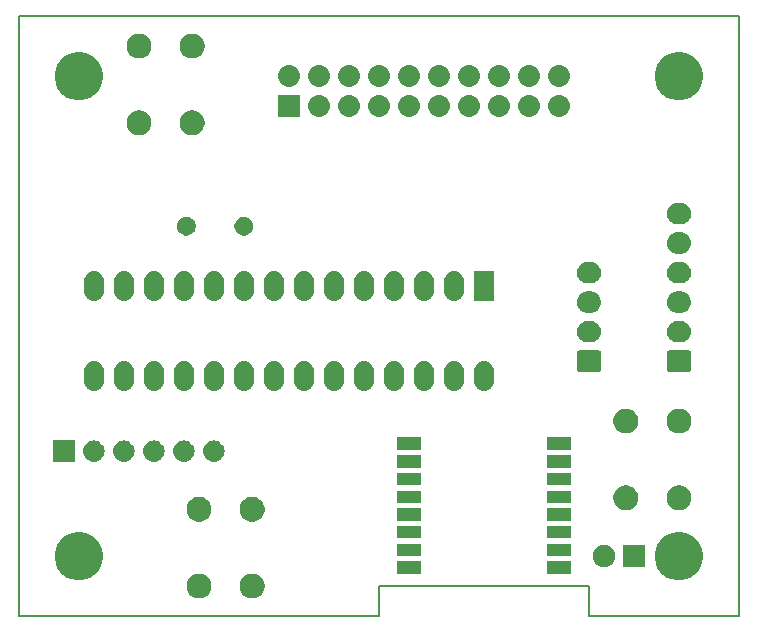
<source format=gbr>
G04 #@! TF.GenerationSoftware,KiCad,Pcbnew,5.0.2-bee76a0~70~ubuntu18.04.1*
G04 #@! TF.CreationDate,2019-02-21T11:42:00+01:00*
G04 #@! TF.ProjectId,PCB_Control,5043425f-436f-46e7-9472-6f6c2e6b6963,rev?*
G04 #@! TF.SameCoordinates,Original*
G04 #@! TF.FileFunction,Soldermask,Top*
G04 #@! TF.FilePolarity,Negative*
%FSLAX46Y46*%
G04 Gerber Fmt 4.6, Leading zero omitted, Abs format (unit mm)*
G04 Created by KiCad (PCBNEW 5.0.2-bee76a0~70~ubuntu18.04.1) date jeu. 21 févr. 2019 11:42:00 CET*
%MOMM*%
%LPD*%
G01*
G04 APERTURE LIST*
%ADD10C,0.150000*%
G04 APERTURE END LIST*
D10*
X177800000Y-119380000D02*
X177800000Y-116840000D01*
X195580000Y-119380000D02*
X208280000Y-119380000D01*
X195580000Y-116840000D02*
X195580000Y-119380000D01*
X177800000Y-116840000D02*
X195580000Y-116840000D01*
X147320000Y-119380000D02*
X177800000Y-119380000D01*
X147320000Y-119380000D02*
X147320000Y-68580000D01*
X147320000Y-68580000D02*
X208280000Y-68580000D01*
X208280000Y-68580000D02*
X208280000Y-119380000D01*
G36*
X167366565Y-115829389D02*
X167557834Y-115908615D01*
X167729976Y-116023637D01*
X167876363Y-116170024D01*
X167991385Y-116342166D01*
X168070611Y-116533435D01*
X168111000Y-116736484D01*
X168111000Y-116943516D01*
X168070611Y-117146565D01*
X167991385Y-117337834D01*
X167876363Y-117509976D01*
X167729976Y-117656363D01*
X167557834Y-117771385D01*
X167366565Y-117850611D01*
X167163516Y-117891000D01*
X166956484Y-117891000D01*
X166753435Y-117850611D01*
X166562166Y-117771385D01*
X166390024Y-117656363D01*
X166243637Y-117509976D01*
X166128615Y-117337834D01*
X166049389Y-117146565D01*
X166009000Y-116943516D01*
X166009000Y-116736484D01*
X166049389Y-116533435D01*
X166128615Y-116342166D01*
X166243637Y-116170024D01*
X166390024Y-116023637D01*
X166562166Y-115908615D01*
X166753435Y-115829389D01*
X166956484Y-115789000D01*
X167163516Y-115789000D01*
X167366565Y-115829389D01*
X167366565Y-115829389D01*
G37*
G36*
X162866565Y-115829389D02*
X163057834Y-115908615D01*
X163229976Y-116023637D01*
X163376363Y-116170024D01*
X163491385Y-116342166D01*
X163570611Y-116533435D01*
X163611000Y-116736484D01*
X163611000Y-116943516D01*
X163570611Y-117146565D01*
X163491385Y-117337834D01*
X163376363Y-117509976D01*
X163229976Y-117656363D01*
X163057834Y-117771385D01*
X162866565Y-117850611D01*
X162663516Y-117891000D01*
X162456484Y-117891000D01*
X162253435Y-117850611D01*
X162062166Y-117771385D01*
X161890024Y-117656363D01*
X161743637Y-117509976D01*
X161628615Y-117337834D01*
X161549389Y-117146565D01*
X161509000Y-116943516D01*
X161509000Y-116736484D01*
X161549389Y-116533435D01*
X161628615Y-116342166D01*
X161743637Y-116170024D01*
X161890024Y-116023637D01*
X162062166Y-115908615D01*
X162253435Y-115829389D01*
X162456484Y-115789000D01*
X162663516Y-115789000D01*
X162866565Y-115829389D01*
X162866565Y-115829389D01*
G37*
G36*
X152998252Y-112327818D02*
X152998254Y-112327819D01*
X152998255Y-112327819D01*
X153371513Y-112482427D01*
X153371514Y-112482428D01*
X153707439Y-112706886D01*
X153993114Y-112992561D01*
X153993116Y-112992564D01*
X154217573Y-113328487D01*
X154372181Y-113701745D01*
X154451000Y-114097994D01*
X154451000Y-114502006D01*
X154372181Y-114898255D01*
X154217573Y-115271513D01*
X154217572Y-115271514D01*
X153993114Y-115607439D01*
X153707439Y-115893114D01*
X153707436Y-115893116D01*
X153371513Y-116117573D01*
X152998255Y-116272181D01*
X152998254Y-116272181D01*
X152998252Y-116272182D01*
X152602007Y-116351000D01*
X152197993Y-116351000D01*
X151801748Y-116272182D01*
X151801746Y-116272181D01*
X151801745Y-116272181D01*
X151428487Y-116117573D01*
X151092564Y-115893116D01*
X151092561Y-115893114D01*
X150806886Y-115607439D01*
X150582428Y-115271514D01*
X150582427Y-115271513D01*
X150427819Y-114898255D01*
X150349000Y-114502006D01*
X150349000Y-114097994D01*
X150427819Y-113701745D01*
X150582427Y-113328487D01*
X150806884Y-112992564D01*
X150806886Y-112992561D01*
X151092561Y-112706886D01*
X151428486Y-112482428D01*
X151428487Y-112482427D01*
X151801745Y-112327819D01*
X151801746Y-112327819D01*
X151801748Y-112327818D01*
X152197993Y-112249000D01*
X152602007Y-112249000D01*
X152998252Y-112327818D01*
X152998252Y-112327818D01*
G37*
G36*
X203798252Y-112327818D02*
X203798254Y-112327819D01*
X203798255Y-112327819D01*
X204171513Y-112482427D01*
X204171514Y-112482428D01*
X204507439Y-112706886D01*
X204793114Y-112992561D01*
X204793116Y-112992564D01*
X205017573Y-113328487D01*
X205172181Y-113701745D01*
X205251000Y-114097994D01*
X205251000Y-114502006D01*
X205172181Y-114898255D01*
X205017573Y-115271513D01*
X205017572Y-115271514D01*
X204793114Y-115607439D01*
X204507439Y-115893114D01*
X204507436Y-115893116D01*
X204171513Y-116117573D01*
X203798255Y-116272181D01*
X203798254Y-116272181D01*
X203798252Y-116272182D01*
X203402007Y-116351000D01*
X202997993Y-116351000D01*
X202601748Y-116272182D01*
X202601746Y-116272181D01*
X202601745Y-116272181D01*
X202228487Y-116117573D01*
X201892564Y-115893116D01*
X201892561Y-115893114D01*
X201606886Y-115607439D01*
X201382428Y-115271514D01*
X201382427Y-115271513D01*
X201227819Y-114898255D01*
X201149000Y-114502006D01*
X201149000Y-114097994D01*
X201227819Y-113701745D01*
X201382427Y-113328487D01*
X201606884Y-112992564D01*
X201606886Y-112992561D01*
X201892561Y-112706886D01*
X202228486Y-112482428D01*
X202228487Y-112482427D01*
X202601745Y-112327819D01*
X202601746Y-112327819D01*
X202601748Y-112327818D01*
X202997993Y-112249000D01*
X203402007Y-112249000D01*
X203798252Y-112327818D01*
X203798252Y-112327818D01*
G37*
G36*
X181366000Y-115806000D02*
X179314000Y-115806000D01*
X179314000Y-114754000D01*
X181366000Y-114754000D01*
X181366000Y-115806000D01*
X181366000Y-115806000D01*
G37*
G36*
X194066000Y-115806000D02*
X192014000Y-115806000D01*
X192014000Y-114754000D01*
X194066000Y-114754000D01*
X194066000Y-115806000D01*
X194066000Y-115806000D01*
G37*
G36*
X197127396Y-113385546D02*
X197300466Y-113457234D01*
X197456230Y-113561312D01*
X197588688Y-113693770D01*
X197692766Y-113849534D01*
X197764454Y-114022604D01*
X197801000Y-114206333D01*
X197801000Y-114393667D01*
X197764454Y-114577396D01*
X197692766Y-114750466D01*
X197588688Y-114906230D01*
X197456230Y-115038688D01*
X197300466Y-115142766D01*
X197127396Y-115214454D01*
X196943667Y-115251000D01*
X196756333Y-115251000D01*
X196572604Y-115214454D01*
X196399534Y-115142766D01*
X196243770Y-115038688D01*
X196111312Y-114906230D01*
X196007234Y-114750466D01*
X195935546Y-114577396D01*
X195899000Y-114393667D01*
X195899000Y-114206333D01*
X195935546Y-114022604D01*
X196007234Y-113849534D01*
X196111312Y-113693770D01*
X196243770Y-113561312D01*
X196399534Y-113457234D01*
X196572604Y-113385546D01*
X196756333Y-113349000D01*
X196943667Y-113349000D01*
X197127396Y-113385546D01*
X197127396Y-113385546D01*
G37*
G36*
X200341000Y-115251000D02*
X198439000Y-115251000D01*
X198439000Y-113349000D01*
X200341000Y-113349000D01*
X200341000Y-115251000D01*
X200341000Y-115251000D01*
G37*
G36*
X181366000Y-114306000D02*
X179314000Y-114306000D01*
X179314000Y-113254000D01*
X181366000Y-113254000D01*
X181366000Y-114306000D01*
X181366000Y-114306000D01*
G37*
G36*
X194066000Y-114306000D02*
X192014000Y-114306000D01*
X192014000Y-113254000D01*
X194066000Y-113254000D01*
X194066000Y-114306000D01*
X194066000Y-114306000D01*
G37*
G36*
X181366000Y-112806000D02*
X179314000Y-112806000D01*
X179314000Y-111754000D01*
X181366000Y-111754000D01*
X181366000Y-112806000D01*
X181366000Y-112806000D01*
G37*
G36*
X194066000Y-112806000D02*
X192014000Y-112806000D01*
X192014000Y-111754000D01*
X194066000Y-111754000D01*
X194066000Y-112806000D01*
X194066000Y-112806000D01*
G37*
G36*
X167366565Y-109329389D02*
X167557834Y-109408615D01*
X167729976Y-109523637D01*
X167876363Y-109670024D01*
X167991385Y-109842166D01*
X168070611Y-110033435D01*
X168111000Y-110236484D01*
X168111000Y-110443516D01*
X168070611Y-110646565D01*
X167991385Y-110837834D01*
X167876363Y-111009976D01*
X167729976Y-111156363D01*
X167557834Y-111271385D01*
X167366565Y-111350611D01*
X167163516Y-111391000D01*
X166956484Y-111391000D01*
X166753435Y-111350611D01*
X166562166Y-111271385D01*
X166390024Y-111156363D01*
X166243637Y-111009976D01*
X166128615Y-110837834D01*
X166049389Y-110646565D01*
X166009000Y-110443516D01*
X166009000Y-110236484D01*
X166049389Y-110033435D01*
X166128615Y-109842166D01*
X166243637Y-109670024D01*
X166390024Y-109523637D01*
X166562166Y-109408615D01*
X166753435Y-109329389D01*
X166956484Y-109289000D01*
X167163516Y-109289000D01*
X167366565Y-109329389D01*
X167366565Y-109329389D01*
G37*
G36*
X162866565Y-109329389D02*
X163057834Y-109408615D01*
X163229976Y-109523637D01*
X163376363Y-109670024D01*
X163491385Y-109842166D01*
X163570611Y-110033435D01*
X163611000Y-110236484D01*
X163611000Y-110443516D01*
X163570611Y-110646565D01*
X163491385Y-110837834D01*
X163376363Y-111009976D01*
X163229976Y-111156363D01*
X163057834Y-111271385D01*
X162866565Y-111350611D01*
X162663516Y-111391000D01*
X162456484Y-111391000D01*
X162253435Y-111350611D01*
X162062166Y-111271385D01*
X161890024Y-111156363D01*
X161743637Y-111009976D01*
X161628615Y-110837834D01*
X161549389Y-110646565D01*
X161509000Y-110443516D01*
X161509000Y-110236484D01*
X161549389Y-110033435D01*
X161628615Y-109842166D01*
X161743637Y-109670024D01*
X161890024Y-109523637D01*
X162062166Y-109408615D01*
X162253435Y-109329389D01*
X162456484Y-109289000D01*
X162663516Y-109289000D01*
X162866565Y-109329389D01*
X162866565Y-109329389D01*
G37*
G36*
X181366000Y-111306000D02*
X179314000Y-111306000D01*
X179314000Y-110254000D01*
X181366000Y-110254000D01*
X181366000Y-111306000D01*
X181366000Y-111306000D01*
G37*
G36*
X194066000Y-111306000D02*
X192014000Y-111306000D01*
X192014000Y-110254000D01*
X194066000Y-110254000D01*
X194066000Y-111306000D01*
X194066000Y-111306000D01*
G37*
G36*
X203506565Y-108359389D02*
X203697834Y-108438615D01*
X203869976Y-108553637D01*
X204016363Y-108700024D01*
X204131385Y-108872166D01*
X204210611Y-109063435D01*
X204251000Y-109266484D01*
X204251000Y-109473516D01*
X204210611Y-109676565D01*
X204131385Y-109867834D01*
X204016363Y-110039976D01*
X203869976Y-110186363D01*
X203697834Y-110301385D01*
X203506565Y-110380611D01*
X203303516Y-110421000D01*
X203096484Y-110421000D01*
X202893435Y-110380611D01*
X202702166Y-110301385D01*
X202530024Y-110186363D01*
X202383637Y-110039976D01*
X202268615Y-109867834D01*
X202189389Y-109676565D01*
X202149000Y-109473516D01*
X202149000Y-109266484D01*
X202189389Y-109063435D01*
X202268615Y-108872166D01*
X202383637Y-108700024D01*
X202530024Y-108553637D01*
X202702166Y-108438615D01*
X202893435Y-108359389D01*
X203096484Y-108319000D01*
X203303516Y-108319000D01*
X203506565Y-108359389D01*
X203506565Y-108359389D01*
G37*
G36*
X199006565Y-108359389D02*
X199197834Y-108438615D01*
X199369976Y-108553637D01*
X199516363Y-108700024D01*
X199631385Y-108872166D01*
X199710611Y-109063435D01*
X199751000Y-109266484D01*
X199751000Y-109473516D01*
X199710611Y-109676565D01*
X199631385Y-109867834D01*
X199516363Y-110039976D01*
X199369976Y-110186363D01*
X199197834Y-110301385D01*
X199006565Y-110380611D01*
X198803516Y-110421000D01*
X198596484Y-110421000D01*
X198393435Y-110380611D01*
X198202166Y-110301385D01*
X198030024Y-110186363D01*
X197883637Y-110039976D01*
X197768615Y-109867834D01*
X197689389Y-109676565D01*
X197649000Y-109473516D01*
X197649000Y-109266484D01*
X197689389Y-109063435D01*
X197768615Y-108872166D01*
X197883637Y-108700024D01*
X198030024Y-108553637D01*
X198202166Y-108438615D01*
X198393435Y-108359389D01*
X198596484Y-108319000D01*
X198803516Y-108319000D01*
X199006565Y-108359389D01*
X199006565Y-108359389D01*
G37*
G36*
X181366000Y-109806000D02*
X179314000Y-109806000D01*
X179314000Y-108754000D01*
X181366000Y-108754000D01*
X181366000Y-109806000D01*
X181366000Y-109806000D01*
G37*
G36*
X194066000Y-109806000D02*
X192014000Y-109806000D01*
X192014000Y-108754000D01*
X194066000Y-108754000D01*
X194066000Y-109806000D01*
X194066000Y-109806000D01*
G37*
G36*
X181366000Y-108306000D02*
X179314000Y-108306000D01*
X179314000Y-107254000D01*
X181366000Y-107254000D01*
X181366000Y-108306000D01*
X181366000Y-108306000D01*
G37*
G36*
X194066000Y-108306000D02*
X192014000Y-108306000D01*
X192014000Y-107254000D01*
X194066000Y-107254000D01*
X194066000Y-108306000D01*
X194066000Y-108306000D01*
G37*
G36*
X181366000Y-106806000D02*
X179314000Y-106806000D01*
X179314000Y-105754000D01*
X181366000Y-105754000D01*
X181366000Y-106806000D01*
X181366000Y-106806000D01*
G37*
G36*
X194066000Y-106806000D02*
X192014000Y-106806000D01*
X192014000Y-105754000D01*
X194066000Y-105754000D01*
X194066000Y-106806000D01*
X194066000Y-106806000D01*
G37*
G36*
X163940443Y-104515519D02*
X164006627Y-104522037D01*
X164119853Y-104556384D01*
X164176467Y-104573557D01*
X164315087Y-104647652D01*
X164332991Y-104657222D01*
X164368729Y-104686552D01*
X164470186Y-104769814D01*
X164553448Y-104871271D01*
X164582778Y-104907009D01*
X164582779Y-104907011D01*
X164666443Y-105063533D01*
X164666443Y-105063534D01*
X164717963Y-105233373D01*
X164735359Y-105410000D01*
X164717963Y-105586627D01*
X164683616Y-105699853D01*
X164666443Y-105756467D01*
X164592348Y-105895087D01*
X164582778Y-105912991D01*
X164553448Y-105948729D01*
X164470186Y-106050186D01*
X164368729Y-106133448D01*
X164332991Y-106162778D01*
X164332989Y-106162779D01*
X164176467Y-106246443D01*
X164119853Y-106263616D01*
X164006627Y-106297963D01*
X163940442Y-106304482D01*
X163874260Y-106311000D01*
X163785740Y-106311000D01*
X163719558Y-106304482D01*
X163653373Y-106297963D01*
X163540147Y-106263616D01*
X163483533Y-106246443D01*
X163327011Y-106162779D01*
X163327009Y-106162778D01*
X163291271Y-106133448D01*
X163189814Y-106050186D01*
X163106552Y-105948729D01*
X163077222Y-105912991D01*
X163067652Y-105895087D01*
X162993557Y-105756467D01*
X162976384Y-105699853D01*
X162942037Y-105586627D01*
X162924641Y-105410000D01*
X162942037Y-105233373D01*
X162993557Y-105063534D01*
X162993557Y-105063533D01*
X163077221Y-104907011D01*
X163077222Y-104907009D01*
X163106552Y-104871271D01*
X163189814Y-104769814D01*
X163291271Y-104686552D01*
X163327009Y-104657222D01*
X163344913Y-104647652D01*
X163483533Y-104573557D01*
X163540147Y-104556384D01*
X163653373Y-104522037D01*
X163719557Y-104515519D01*
X163785740Y-104509000D01*
X163874260Y-104509000D01*
X163940443Y-104515519D01*
X163940443Y-104515519D01*
G37*
G36*
X161400443Y-104515519D02*
X161466627Y-104522037D01*
X161579853Y-104556384D01*
X161636467Y-104573557D01*
X161775087Y-104647652D01*
X161792991Y-104657222D01*
X161828729Y-104686552D01*
X161930186Y-104769814D01*
X162013448Y-104871271D01*
X162042778Y-104907009D01*
X162042779Y-104907011D01*
X162126443Y-105063533D01*
X162126443Y-105063534D01*
X162177963Y-105233373D01*
X162195359Y-105410000D01*
X162177963Y-105586627D01*
X162143616Y-105699853D01*
X162126443Y-105756467D01*
X162052348Y-105895087D01*
X162042778Y-105912991D01*
X162013448Y-105948729D01*
X161930186Y-106050186D01*
X161828729Y-106133448D01*
X161792991Y-106162778D01*
X161792989Y-106162779D01*
X161636467Y-106246443D01*
X161579853Y-106263616D01*
X161466627Y-106297963D01*
X161400442Y-106304482D01*
X161334260Y-106311000D01*
X161245740Y-106311000D01*
X161179558Y-106304482D01*
X161113373Y-106297963D01*
X161000147Y-106263616D01*
X160943533Y-106246443D01*
X160787011Y-106162779D01*
X160787009Y-106162778D01*
X160751271Y-106133448D01*
X160649814Y-106050186D01*
X160566552Y-105948729D01*
X160537222Y-105912991D01*
X160527652Y-105895087D01*
X160453557Y-105756467D01*
X160436384Y-105699853D01*
X160402037Y-105586627D01*
X160384641Y-105410000D01*
X160402037Y-105233373D01*
X160453557Y-105063534D01*
X160453557Y-105063533D01*
X160537221Y-104907011D01*
X160537222Y-104907009D01*
X160566552Y-104871271D01*
X160649814Y-104769814D01*
X160751271Y-104686552D01*
X160787009Y-104657222D01*
X160804913Y-104647652D01*
X160943533Y-104573557D01*
X161000147Y-104556384D01*
X161113373Y-104522037D01*
X161179557Y-104515519D01*
X161245740Y-104509000D01*
X161334260Y-104509000D01*
X161400443Y-104515519D01*
X161400443Y-104515519D01*
G37*
G36*
X153780443Y-104515519D02*
X153846627Y-104522037D01*
X153959853Y-104556384D01*
X154016467Y-104573557D01*
X154155087Y-104647652D01*
X154172991Y-104657222D01*
X154208729Y-104686552D01*
X154310186Y-104769814D01*
X154393448Y-104871271D01*
X154422778Y-104907009D01*
X154422779Y-104907011D01*
X154506443Y-105063533D01*
X154506443Y-105063534D01*
X154557963Y-105233373D01*
X154575359Y-105410000D01*
X154557963Y-105586627D01*
X154523616Y-105699853D01*
X154506443Y-105756467D01*
X154432348Y-105895087D01*
X154422778Y-105912991D01*
X154393448Y-105948729D01*
X154310186Y-106050186D01*
X154208729Y-106133448D01*
X154172991Y-106162778D01*
X154172989Y-106162779D01*
X154016467Y-106246443D01*
X153959853Y-106263616D01*
X153846627Y-106297963D01*
X153780442Y-106304482D01*
X153714260Y-106311000D01*
X153625740Y-106311000D01*
X153559558Y-106304482D01*
X153493373Y-106297963D01*
X153380147Y-106263616D01*
X153323533Y-106246443D01*
X153167011Y-106162779D01*
X153167009Y-106162778D01*
X153131271Y-106133448D01*
X153029814Y-106050186D01*
X152946552Y-105948729D01*
X152917222Y-105912991D01*
X152907652Y-105895087D01*
X152833557Y-105756467D01*
X152816384Y-105699853D01*
X152782037Y-105586627D01*
X152764641Y-105410000D01*
X152782037Y-105233373D01*
X152833557Y-105063534D01*
X152833557Y-105063533D01*
X152917221Y-104907011D01*
X152917222Y-104907009D01*
X152946552Y-104871271D01*
X153029814Y-104769814D01*
X153131271Y-104686552D01*
X153167009Y-104657222D01*
X153184913Y-104647652D01*
X153323533Y-104573557D01*
X153380147Y-104556384D01*
X153493373Y-104522037D01*
X153559557Y-104515519D01*
X153625740Y-104509000D01*
X153714260Y-104509000D01*
X153780443Y-104515519D01*
X153780443Y-104515519D01*
G37*
G36*
X158860443Y-104515519D02*
X158926627Y-104522037D01*
X159039853Y-104556384D01*
X159096467Y-104573557D01*
X159235087Y-104647652D01*
X159252991Y-104657222D01*
X159288729Y-104686552D01*
X159390186Y-104769814D01*
X159473448Y-104871271D01*
X159502778Y-104907009D01*
X159502779Y-104907011D01*
X159586443Y-105063533D01*
X159586443Y-105063534D01*
X159637963Y-105233373D01*
X159655359Y-105410000D01*
X159637963Y-105586627D01*
X159603616Y-105699853D01*
X159586443Y-105756467D01*
X159512348Y-105895087D01*
X159502778Y-105912991D01*
X159473448Y-105948729D01*
X159390186Y-106050186D01*
X159288729Y-106133448D01*
X159252991Y-106162778D01*
X159252989Y-106162779D01*
X159096467Y-106246443D01*
X159039853Y-106263616D01*
X158926627Y-106297963D01*
X158860442Y-106304482D01*
X158794260Y-106311000D01*
X158705740Y-106311000D01*
X158639558Y-106304482D01*
X158573373Y-106297963D01*
X158460147Y-106263616D01*
X158403533Y-106246443D01*
X158247011Y-106162779D01*
X158247009Y-106162778D01*
X158211271Y-106133448D01*
X158109814Y-106050186D01*
X158026552Y-105948729D01*
X157997222Y-105912991D01*
X157987652Y-105895087D01*
X157913557Y-105756467D01*
X157896384Y-105699853D01*
X157862037Y-105586627D01*
X157844641Y-105410000D01*
X157862037Y-105233373D01*
X157913557Y-105063534D01*
X157913557Y-105063533D01*
X157997221Y-104907011D01*
X157997222Y-104907009D01*
X158026552Y-104871271D01*
X158109814Y-104769814D01*
X158211271Y-104686552D01*
X158247009Y-104657222D01*
X158264913Y-104647652D01*
X158403533Y-104573557D01*
X158460147Y-104556384D01*
X158573373Y-104522037D01*
X158639557Y-104515519D01*
X158705740Y-104509000D01*
X158794260Y-104509000D01*
X158860443Y-104515519D01*
X158860443Y-104515519D01*
G37*
G36*
X152031000Y-106311000D02*
X150229000Y-106311000D01*
X150229000Y-104509000D01*
X152031000Y-104509000D01*
X152031000Y-106311000D01*
X152031000Y-106311000D01*
G37*
G36*
X156320443Y-104515519D02*
X156386627Y-104522037D01*
X156499853Y-104556384D01*
X156556467Y-104573557D01*
X156695087Y-104647652D01*
X156712991Y-104657222D01*
X156748729Y-104686552D01*
X156850186Y-104769814D01*
X156933448Y-104871271D01*
X156962778Y-104907009D01*
X156962779Y-104907011D01*
X157046443Y-105063533D01*
X157046443Y-105063534D01*
X157097963Y-105233373D01*
X157115359Y-105410000D01*
X157097963Y-105586627D01*
X157063616Y-105699853D01*
X157046443Y-105756467D01*
X156972348Y-105895087D01*
X156962778Y-105912991D01*
X156933448Y-105948729D01*
X156850186Y-106050186D01*
X156748729Y-106133448D01*
X156712991Y-106162778D01*
X156712989Y-106162779D01*
X156556467Y-106246443D01*
X156499853Y-106263616D01*
X156386627Y-106297963D01*
X156320442Y-106304482D01*
X156254260Y-106311000D01*
X156165740Y-106311000D01*
X156099558Y-106304482D01*
X156033373Y-106297963D01*
X155920147Y-106263616D01*
X155863533Y-106246443D01*
X155707011Y-106162779D01*
X155707009Y-106162778D01*
X155671271Y-106133448D01*
X155569814Y-106050186D01*
X155486552Y-105948729D01*
X155457222Y-105912991D01*
X155447652Y-105895087D01*
X155373557Y-105756467D01*
X155356384Y-105699853D01*
X155322037Y-105586627D01*
X155304641Y-105410000D01*
X155322037Y-105233373D01*
X155373557Y-105063534D01*
X155373557Y-105063533D01*
X155457221Y-104907011D01*
X155457222Y-104907009D01*
X155486552Y-104871271D01*
X155569814Y-104769814D01*
X155671271Y-104686552D01*
X155707009Y-104657222D01*
X155724913Y-104647652D01*
X155863533Y-104573557D01*
X155920147Y-104556384D01*
X156033373Y-104522037D01*
X156099557Y-104515519D01*
X156165740Y-104509000D01*
X156254260Y-104509000D01*
X156320443Y-104515519D01*
X156320443Y-104515519D01*
G37*
G36*
X181366000Y-105306000D02*
X179314000Y-105306000D01*
X179314000Y-104254000D01*
X181366000Y-104254000D01*
X181366000Y-105306000D01*
X181366000Y-105306000D01*
G37*
G36*
X194066000Y-105306000D02*
X192014000Y-105306000D01*
X192014000Y-104254000D01*
X194066000Y-104254000D01*
X194066000Y-105306000D01*
X194066000Y-105306000D01*
G37*
G36*
X203506565Y-101859389D02*
X203697834Y-101938615D01*
X203869976Y-102053637D01*
X204016363Y-102200024D01*
X204131385Y-102372166D01*
X204210611Y-102563435D01*
X204251000Y-102766484D01*
X204251000Y-102973516D01*
X204210611Y-103176565D01*
X204131385Y-103367834D01*
X204016363Y-103539976D01*
X203869976Y-103686363D01*
X203697834Y-103801385D01*
X203506565Y-103880611D01*
X203303516Y-103921000D01*
X203096484Y-103921000D01*
X202893435Y-103880611D01*
X202702166Y-103801385D01*
X202530024Y-103686363D01*
X202383637Y-103539976D01*
X202268615Y-103367834D01*
X202189389Y-103176565D01*
X202149000Y-102973516D01*
X202149000Y-102766484D01*
X202189389Y-102563435D01*
X202268615Y-102372166D01*
X202383637Y-102200024D01*
X202530024Y-102053637D01*
X202702166Y-101938615D01*
X202893435Y-101859389D01*
X203096484Y-101819000D01*
X203303516Y-101819000D01*
X203506565Y-101859389D01*
X203506565Y-101859389D01*
G37*
G36*
X199006565Y-101859389D02*
X199197834Y-101938615D01*
X199369976Y-102053637D01*
X199516363Y-102200024D01*
X199631385Y-102372166D01*
X199710611Y-102563435D01*
X199751000Y-102766484D01*
X199751000Y-102973516D01*
X199710611Y-103176565D01*
X199631385Y-103367834D01*
X199516363Y-103539976D01*
X199369976Y-103686363D01*
X199197834Y-103801385D01*
X199006565Y-103880611D01*
X198803516Y-103921000D01*
X198596484Y-103921000D01*
X198393435Y-103880611D01*
X198202166Y-103801385D01*
X198030024Y-103686363D01*
X197883637Y-103539976D01*
X197768615Y-103367834D01*
X197689389Y-103176565D01*
X197649000Y-102973516D01*
X197649000Y-102766484D01*
X197689389Y-102563435D01*
X197768615Y-102372166D01*
X197883637Y-102200024D01*
X198030024Y-102053637D01*
X198202166Y-101938615D01*
X198393435Y-101859389D01*
X198596484Y-101819000D01*
X198803516Y-101819000D01*
X199006565Y-101859389D01*
X199006565Y-101859389D01*
G37*
G36*
X166536821Y-97821313D02*
X166536824Y-97821314D01*
X166536825Y-97821314D01*
X166697239Y-97869975D01*
X166697241Y-97869976D01*
X166697244Y-97869977D01*
X166845078Y-97948995D01*
X166974659Y-98055341D01*
X167081005Y-98184922D01*
X167160023Y-98332756D01*
X167160024Y-98332759D01*
X167160025Y-98332761D01*
X167208686Y-98493175D01*
X167208686Y-98493178D01*
X167208687Y-98493180D01*
X167221000Y-98618197D01*
X167221000Y-99501804D01*
X167208687Y-99626821D01*
X167160023Y-99787244D01*
X167081005Y-99935078D01*
X166974659Y-100064659D01*
X166845078Y-100171005D01*
X166697243Y-100250023D01*
X166697240Y-100250024D01*
X166697238Y-100250025D01*
X166536824Y-100298686D01*
X166536823Y-100298686D01*
X166536820Y-100298687D01*
X166370000Y-100315117D01*
X166203179Y-100298687D01*
X166203176Y-100298686D01*
X166203175Y-100298686D01*
X166042761Y-100250025D01*
X166042759Y-100250024D01*
X166042756Y-100250023D01*
X165894922Y-100171005D01*
X165765341Y-100064659D01*
X165658995Y-99935078D01*
X165579977Y-99787243D01*
X165531315Y-99626825D01*
X165531314Y-99626824D01*
X165531314Y-99626823D01*
X165531313Y-99626820D01*
X165519000Y-99501803D01*
X165519000Y-98618197D01*
X165531314Y-98493179D01*
X165536010Y-98477699D01*
X165579976Y-98332761D01*
X165579977Y-98332759D01*
X165579978Y-98332756D01*
X165658996Y-98184922D01*
X165765342Y-98055341D01*
X165894923Y-97948995D01*
X166042757Y-97869977D01*
X166042760Y-97869976D01*
X166042762Y-97869975D01*
X166203176Y-97821314D01*
X166203177Y-97821314D01*
X166203180Y-97821313D01*
X166370000Y-97804883D01*
X166536821Y-97821313D01*
X166536821Y-97821313D01*
G37*
G36*
X184316821Y-97821313D02*
X184316824Y-97821314D01*
X184316825Y-97821314D01*
X184477239Y-97869975D01*
X184477241Y-97869976D01*
X184477244Y-97869977D01*
X184625078Y-97948995D01*
X184754659Y-98055341D01*
X184861005Y-98184922D01*
X184940023Y-98332756D01*
X184940024Y-98332759D01*
X184940025Y-98332761D01*
X184988686Y-98493175D01*
X184988686Y-98493178D01*
X184988687Y-98493180D01*
X185001000Y-98618197D01*
X185001000Y-99501804D01*
X184988687Y-99626821D01*
X184940023Y-99787244D01*
X184861005Y-99935078D01*
X184754659Y-100064659D01*
X184625078Y-100171005D01*
X184477243Y-100250023D01*
X184477240Y-100250024D01*
X184477238Y-100250025D01*
X184316824Y-100298686D01*
X184316823Y-100298686D01*
X184316820Y-100298687D01*
X184150000Y-100315117D01*
X183983179Y-100298687D01*
X183983176Y-100298686D01*
X183983175Y-100298686D01*
X183822761Y-100250025D01*
X183822759Y-100250024D01*
X183822756Y-100250023D01*
X183674922Y-100171005D01*
X183545341Y-100064659D01*
X183438995Y-99935078D01*
X183359977Y-99787243D01*
X183311315Y-99626825D01*
X183311314Y-99626824D01*
X183311314Y-99626823D01*
X183311313Y-99626820D01*
X183299000Y-99501803D01*
X183299000Y-98618197D01*
X183311314Y-98493179D01*
X183316010Y-98477699D01*
X183359976Y-98332761D01*
X183359977Y-98332759D01*
X183359978Y-98332756D01*
X183438996Y-98184922D01*
X183545342Y-98055341D01*
X183674923Y-97948995D01*
X183822757Y-97869977D01*
X183822760Y-97869976D01*
X183822762Y-97869975D01*
X183983176Y-97821314D01*
X183983177Y-97821314D01*
X183983180Y-97821313D01*
X184150000Y-97804883D01*
X184316821Y-97821313D01*
X184316821Y-97821313D01*
G37*
G36*
X181776821Y-97821313D02*
X181776824Y-97821314D01*
X181776825Y-97821314D01*
X181937239Y-97869975D01*
X181937241Y-97869976D01*
X181937244Y-97869977D01*
X182085078Y-97948995D01*
X182214659Y-98055341D01*
X182321005Y-98184922D01*
X182400023Y-98332756D01*
X182400024Y-98332759D01*
X182400025Y-98332761D01*
X182448686Y-98493175D01*
X182448686Y-98493178D01*
X182448687Y-98493180D01*
X182461000Y-98618197D01*
X182461000Y-99501804D01*
X182448687Y-99626821D01*
X182400023Y-99787244D01*
X182321005Y-99935078D01*
X182214659Y-100064659D01*
X182085078Y-100171005D01*
X181937243Y-100250023D01*
X181937240Y-100250024D01*
X181937238Y-100250025D01*
X181776824Y-100298686D01*
X181776823Y-100298686D01*
X181776820Y-100298687D01*
X181610000Y-100315117D01*
X181443179Y-100298687D01*
X181443176Y-100298686D01*
X181443175Y-100298686D01*
X181282761Y-100250025D01*
X181282759Y-100250024D01*
X181282756Y-100250023D01*
X181134922Y-100171005D01*
X181005341Y-100064659D01*
X180898995Y-99935078D01*
X180819977Y-99787243D01*
X180771315Y-99626825D01*
X180771314Y-99626824D01*
X180771314Y-99626823D01*
X180771313Y-99626820D01*
X180759000Y-99501803D01*
X180759000Y-98618197D01*
X180771314Y-98493179D01*
X180776010Y-98477699D01*
X180819976Y-98332761D01*
X180819977Y-98332759D01*
X180819978Y-98332756D01*
X180898996Y-98184922D01*
X181005342Y-98055341D01*
X181134923Y-97948995D01*
X181282757Y-97869977D01*
X181282760Y-97869976D01*
X181282762Y-97869975D01*
X181443176Y-97821314D01*
X181443177Y-97821314D01*
X181443180Y-97821313D01*
X181610000Y-97804883D01*
X181776821Y-97821313D01*
X181776821Y-97821313D01*
G37*
G36*
X179236821Y-97821313D02*
X179236824Y-97821314D01*
X179236825Y-97821314D01*
X179397239Y-97869975D01*
X179397241Y-97869976D01*
X179397244Y-97869977D01*
X179545078Y-97948995D01*
X179674659Y-98055341D01*
X179781005Y-98184922D01*
X179860023Y-98332756D01*
X179860024Y-98332759D01*
X179860025Y-98332761D01*
X179908686Y-98493175D01*
X179908686Y-98493178D01*
X179908687Y-98493180D01*
X179921000Y-98618197D01*
X179921000Y-99501804D01*
X179908687Y-99626821D01*
X179860023Y-99787244D01*
X179781005Y-99935078D01*
X179674659Y-100064659D01*
X179545078Y-100171005D01*
X179397243Y-100250023D01*
X179397240Y-100250024D01*
X179397238Y-100250025D01*
X179236824Y-100298686D01*
X179236823Y-100298686D01*
X179236820Y-100298687D01*
X179070000Y-100315117D01*
X178903179Y-100298687D01*
X178903176Y-100298686D01*
X178903175Y-100298686D01*
X178742761Y-100250025D01*
X178742759Y-100250024D01*
X178742756Y-100250023D01*
X178594922Y-100171005D01*
X178465341Y-100064659D01*
X178358995Y-99935078D01*
X178279977Y-99787243D01*
X178231315Y-99626825D01*
X178231314Y-99626824D01*
X178231314Y-99626823D01*
X178231313Y-99626820D01*
X178219000Y-99501803D01*
X178219000Y-98618197D01*
X178231314Y-98493179D01*
X178236010Y-98477699D01*
X178279976Y-98332761D01*
X178279977Y-98332759D01*
X178279978Y-98332756D01*
X178358996Y-98184922D01*
X178465342Y-98055341D01*
X178594923Y-97948995D01*
X178742757Y-97869977D01*
X178742760Y-97869976D01*
X178742762Y-97869975D01*
X178903176Y-97821314D01*
X178903177Y-97821314D01*
X178903180Y-97821313D01*
X179070000Y-97804883D01*
X179236821Y-97821313D01*
X179236821Y-97821313D01*
G37*
G36*
X176696821Y-97821313D02*
X176696824Y-97821314D01*
X176696825Y-97821314D01*
X176857239Y-97869975D01*
X176857241Y-97869976D01*
X176857244Y-97869977D01*
X177005078Y-97948995D01*
X177134659Y-98055341D01*
X177241005Y-98184922D01*
X177320023Y-98332756D01*
X177320024Y-98332759D01*
X177320025Y-98332761D01*
X177368686Y-98493175D01*
X177368686Y-98493178D01*
X177368687Y-98493180D01*
X177381000Y-98618197D01*
X177381000Y-99501804D01*
X177368687Y-99626821D01*
X177320023Y-99787244D01*
X177241005Y-99935078D01*
X177134659Y-100064659D01*
X177005078Y-100171005D01*
X176857243Y-100250023D01*
X176857240Y-100250024D01*
X176857238Y-100250025D01*
X176696824Y-100298686D01*
X176696823Y-100298686D01*
X176696820Y-100298687D01*
X176530000Y-100315117D01*
X176363179Y-100298687D01*
X176363176Y-100298686D01*
X176363175Y-100298686D01*
X176202761Y-100250025D01*
X176202759Y-100250024D01*
X176202756Y-100250023D01*
X176054922Y-100171005D01*
X175925341Y-100064659D01*
X175818995Y-99935078D01*
X175739977Y-99787243D01*
X175691315Y-99626825D01*
X175691314Y-99626824D01*
X175691314Y-99626823D01*
X175691313Y-99626820D01*
X175679000Y-99501803D01*
X175679000Y-98618197D01*
X175691314Y-98493179D01*
X175696010Y-98477699D01*
X175739976Y-98332761D01*
X175739977Y-98332759D01*
X175739978Y-98332756D01*
X175818996Y-98184922D01*
X175925342Y-98055341D01*
X176054923Y-97948995D01*
X176202757Y-97869977D01*
X176202760Y-97869976D01*
X176202762Y-97869975D01*
X176363176Y-97821314D01*
X176363177Y-97821314D01*
X176363180Y-97821313D01*
X176530000Y-97804883D01*
X176696821Y-97821313D01*
X176696821Y-97821313D01*
G37*
G36*
X174156821Y-97821313D02*
X174156824Y-97821314D01*
X174156825Y-97821314D01*
X174317239Y-97869975D01*
X174317241Y-97869976D01*
X174317244Y-97869977D01*
X174465078Y-97948995D01*
X174594659Y-98055341D01*
X174701005Y-98184922D01*
X174780023Y-98332756D01*
X174780024Y-98332759D01*
X174780025Y-98332761D01*
X174828686Y-98493175D01*
X174828686Y-98493178D01*
X174828687Y-98493180D01*
X174841000Y-98618197D01*
X174841000Y-99501804D01*
X174828687Y-99626821D01*
X174780023Y-99787244D01*
X174701005Y-99935078D01*
X174594659Y-100064659D01*
X174465078Y-100171005D01*
X174317243Y-100250023D01*
X174317240Y-100250024D01*
X174317238Y-100250025D01*
X174156824Y-100298686D01*
X174156823Y-100298686D01*
X174156820Y-100298687D01*
X173990000Y-100315117D01*
X173823179Y-100298687D01*
X173823176Y-100298686D01*
X173823175Y-100298686D01*
X173662761Y-100250025D01*
X173662759Y-100250024D01*
X173662756Y-100250023D01*
X173514922Y-100171005D01*
X173385341Y-100064659D01*
X173278995Y-99935078D01*
X173199977Y-99787243D01*
X173151315Y-99626825D01*
X173151314Y-99626824D01*
X173151314Y-99626823D01*
X173151313Y-99626820D01*
X173139000Y-99501803D01*
X173139000Y-98618197D01*
X173151314Y-98493179D01*
X173156010Y-98477699D01*
X173199976Y-98332761D01*
X173199977Y-98332759D01*
X173199978Y-98332756D01*
X173278996Y-98184922D01*
X173385342Y-98055341D01*
X173514923Y-97948995D01*
X173662757Y-97869977D01*
X173662760Y-97869976D01*
X173662762Y-97869975D01*
X173823176Y-97821314D01*
X173823177Y-97821314D01*
X173823180Y-97821313D01*
X173990000Y-97804883D01*
X174156821Y-97821313D01*
X174156821Y-97821313D01*
G37*
G36*
X171616821Y-97821313D02*
X171616824Y-97821314D01*
X171616825Y-97821314D01*
X171777239Y-97869975D01*
X171777241Y-97869976D01*
X171777244Y-97869977D01*
X171925078Y-97948995D01*
X172054659Y-98055341D01*
X172161005Y-98184922D01*
X172240023Y-98332756D01*
X172240024Y-98332759D01*
X172240025Y-98332761D01*
X172288686Y-98493175D01*
X172288686Y-98493178D01*
X172288687Y-98493180D01*
X172301000Y-98618197D01*
X172301000Y-99501804D01*
X172288687Y-99626821D01*
X172240023Y-99787244D01*
X172161005Y-99935078D01*
X172054659Y-100064659D01*
X171925078Y-100171005D01*
X171777243Y-100250023D01*
X171777240Y-100250024D01*
X171777238Y-100250025D01*
X171616824Y-100298686D01*
X171616823Y-100298686D01*
X171616820Y-100298687D01*
X171450000Y-100315117D01*
X171283179Y-100298687D01*
X171283176Y-100298686D01*
X171283175Y-100298686D01*
X171122761Y-100250025D01*
X171122759Y-100250024D01*
X171122756Y-100250023D01*
X170974922Y-100171005D01*
X170845341Y-100064659D01*
X170738995Y-99935078D01*
X170659977Y-99787243D01*
X170611315Y-99626825D01*
X170611314Y-99626824D01*
X170611314Y-99626823D01*
X170611313Y-99626820D01*
X170599000Y-99501803D01*
X170599000Y-98618197D01*
X170611314Y-98493179D01*
X170616010Y-98477699D01*
X170659976Y-98332761D01*
X170659977Y-98332759D01*
X170659978Y-98332756D01*
X170738996Y-98184922D01*
X170845342Y-98055341D01*
X170974923Y-97948995D01*
X171122757Y-97869977D01*
X171122760Y-97869976D01*
X171122762Y-97869975D01*
X171283176Y-97821314D01*
X171283177Y-97821314D01*
X171283180Y-97821313D01*
X171450000Y-97804883D01*
X171616821Y-97821313D01*
X171616821Y-97821313D01*
G37*
G36*
X186856821Y-97821313D02*
X186856824Y-97821314D01*
X186856825Y-97821314D01*
X187017239Y-97869975D01*
X187017241Y-97869976D01*
X187017244Y-97869977D01*
X187165078Y-97948995D01*
X187294659Y-98055341D01*
X187401005Y-98184922D01*
X187480023Y-98332756D01*
X187480024Y-98332759D01*
X187480025Y-98332761D01*
X187528686Y-98493175D01*
X187528686Y-98493178D01*
X187528687Y-98493180D01*
X187541000Y-98618197D01*
X187541000Y-99501804D01*
X187528687Y-99626821D01*
X187480023Y-99787244D01*
X187401005Y-99935078D01*
X187294659Y-100064659D01*
X187165078Y-100171005D01*
X187017243Y-100250023D01*
X187017240Y-100250024D01*
X187017238Y-100250025D01*
X186856824Y-100298686D01*
X186856823Y-100298686D01*
X186856820Y-100298687D01*
X186690000Y-100315117D01*
X186523179Y-100298687D01*
X186523176Y-100298686D01*
X186523175Y-100298686D01*
X186362761Y-100250025D01*
X186362759Y-100250024D01*
X186362756Y-100250023D01*
X186214922Y-100171005D01*
X186085341Y-100064659D01*
X185978995Y-99935078D01*
X185899977Y-99787243D01*
X185851315Y-99626825D01*
X185851314Y-99626824D01*
X185851314Y-99626823D01*
X185851313Y-99626820D01*
X185839000Y-99501803D01*
X185839000Y-98618197D01*
X185851314Y-98493179D01*
X185856010Y-98477699D01*
X185899976Y-98332761D01*
X185899977Y-98332759D01*
X185899978Y-98332756D01*
X185978996Y-98184922D01*
X186085342Y-98055341D01*
X186214923Y-97948995D01*
X186362757Y-97869977D01*
X186362760Y-97869976D01*
X186362762Y-97869975D01*
X186523176Y-97821314D01*
X186523177Y-97821314D01*
X186523180Y-97821313D01*
X186690000Y-97804883D01*
X186856821Y-97821313D01*
X186856821Y-97821313D01*
G37*
G36*
X169076821Y-97821313D02*
X169076824Y-97821314D01*
X169076825Y-97821314D01*
X169237239Y-97869975D01*
X169237241Y-97869976D01*
X169237244Y-97869977D01*
X169385078Y-97948995D01*
X169514659Y-98055341D01*
X169621005Y-98184922D01*
X169700023Y-98332756D01*
X169700024Y-98332759D01*
X169700025Y-98332761D01*
X169748686Y-98493175D01*
X169748686Y-98493178D01*
X169748687Y-98493180D01*
X169761000Y-98618197D01*
X169761000Y-99501804D01*
X169748687Y-99626821D01*
X169700023Y-99787244D01*
X169621005Y-99935078D01*
X169514659Y-100064659D01*
X169385078Y-100171005D01*
X169237243Y-100250023D01*
X169237240Y-100250024D01*
X169237238Y-100250025D01*
X169076824Y-100298686D01*
X169076823Y-100298686D01*
X169076820Y-100298687D01*
X168910000Y-100315117D01*
X168743179Y-100298687D01*
X168743176Y-100298686D01*
X168743175Y-100298686D01*
X168582761Y-100250025D01*
X168582759Y-100250024D01*
X168582756Y-100250023D01*
X168434922Y-100171005D01*
X168305341Y-100064659D01*
X168198995Y-99935078D01*
X168119977Y-99787243D01*
X168071315Y-99626825D01*
X168071314Y-99626824D01*
X168071314Y-99626823D01*
X168071313Y-99626820D01*
X168059000Y-99501803D01*
X168059000Y-98618197D01*
X168071314Y-98493179D01*
X168076010Y-98477699D01*
X168119976Y-98332761D01*
X168119977Y-98332759D01*
X168119978Y-98332756D01*
X168198996Y-98184922D01*
X168305342Y-98055341D01*
X168434923Y-97948995D01*
X168582757Y-97869977D01*
X168582760Y-97869976D01*
X168582762Y-97869975D01*
X168743176Y-97821314D01*
X168743177Y-97821314D01*
X168743180Y-97821313D01*
X168910000Y-97804883D01*
X169076821Y-97821313D01*
X169076821Y-97821313D01*
G37*
G36*
X163996821Y-97821313D02*
X163996824Y-97821314D01*
X163996825Y-97821314D01*
X164157239Y-97869975D01*
X164157241Y-97869976D01*
X164157244Y-97869977D01*
X164305078Y-97948995D01*
X164434659Y-98055341D01*
X164541005Y-98184922D01*
X164620023Y-98332756D01*
X164620024Y-98332759D01*
X164620025Y-98332761D01*
X164668686Y-98493175D01*
X164668686Y-98493178D01*
X164668687Y-98493180D01*
X164681000Y-98618197D01*
X164681000Y-99501804D01*
X164668687Y-99626821D01*
X164620023Y-99787244D01*
X164541005Y-99935078D01*
X164434659Y-100064659D01*
X164305078Y-100171005D01*
X164157243Y-100250023D01*
X164157240Y-100250024D01*
X164157238Y-100250025D01*
X163996824Y-100298686D01*
X163996823Y-100298686D01*
X163996820Y-100298687D01*
X163830000Y-100315117D01*
X163663179Y-100298687D01*
X163663176Y-100298686D01*
X163663175Y-100298686D01*
X163502761Y-100250025D01*
X163502759Y-100250024D01*
X163502756Y-100250023D01*
X163354922Y-100171005D01*
X163225341Y-100064659D01*
X163118995Y-99935078D01*
X163039977Y-99787243D01*
X162991315Y-99626825D01*
X162991314Y-99626824D01*
X162991314Y-99626823D01*
X162991313Y-99626820D01*
X162979000Y-99501803D01*
X162979000Y-98618197D01*
X162991314Y-98493179D01*
X162996010Y-98477699D01*
X163039976Y-98332761D01*
X163039977Y-98332759D01*
X163039978Y-98332756D01*
X163118996Y-98184922D01*
X163225342Y-98055341D01*
X163354923Y-97948995D01*
X163502757Y-97869977D01*
X163502760Y-97869976D01*
X163502762Y-97869975D01*
X163663176Y-97821314D01*
X163663177Y-97821314D01*
X163663180Y-97821313D01*
X163830000Y-97804883D01*
X163996821Y-97821313D01*
X163996821Y-97821313D01*
G37*
G36*
X161456821Y-97821313D02*
X161456824Y-97821314D01*
X161456825Y-97821314D01*
X161617239Y-97869975D01*
X161617241Y-97869976D01*
X161617244Y-97869977D01*
X161765078Y-97948995D01*
X161894659Y-98055341D01*
X162001005Y-98184922D01*
X162080023Y-98332756D01*
X162080024Y-98332759D01*
X162080025Y-98332761D01*
X162128686Y-98493175D01*
X162128686Y-98493178D01*
X162128687Y-98493180D01*
X162141000Y-98618197D01*
X162141000Y-99501804D01*
X162128687Y-99626821D01*
X162080023Y-99787244D01*
X162001005Y-99935078D01*
X161894659Y-100064659D01*
X161765078Y-100171005D01*
X161617243Y-100250023D01*
X161617240Y-100250024D01*
X161617238Y-100250025D01*
X161456824Y-100298686D01*
X161456823Y-100298686D01*
X161456820Y-100298687D01*
X161290000Y-100315117D01*
X161123179Y-100298687D01*
X161123176Y-100298686D01*
X161123175Y-100298686D01*
X160962761Y-100250025D01*
X160962759Y-100250024D01*
X160962756Y-100250023D01*
X160814922Y-100171005D01*
X160685341Y-100064659D01*
X160578995Y-99935078D01*
X160499977Y-99787243D01*
X160451315Y-99626825D01*
X160451314Y-99626824D01*
X160451314Y-99626823D01*
X160451313Y-99626820D01*
X160439000Y-99501803D01*
X160439000Y-98618197D01*
X160451314Y-98493179D01*
X160456010Y-98477699D01*
X160499976Y-98332761D01*
X160499977Y-98332759D01*
X160499978Y-98332756D01*
X160578996Y-98184922D01*
X160685342Y-98055341D01*
X160814923Y-97948995D01*
X160962757Y-97869977D01*
X160962760Y-97869976D01*
X160962762Y-97869975D01*
X161123176Y-97821314D01*
X161123177Y-97821314D01*
X161123180Y-97821313D01*
X161290000Y-97804883D01*
X161456821Y-97821313D01*
X161456821Y-97821313D01*
G37*
G36*
X158916821Y-97821313D02*
X158916824Y-97821314D01*
X158916825Y-97821314D01*
X159077239Y-97869975D01*
X159077241Y-97869976D01*
X159077244Y-97869977D01*
X159225078Y-97948995D01*
X159354659Y-98055341D01*
X159461005Y-98184922D01*
X159540023Y-98332756D01*
X159540024Y-98332759D01*
X159540025Y-98332761D01*
X159588686Y-98493175D01*
X159588686Y-98493178D01*
X159588687Y-98493180D01*
X159601000Y-98618197D01*
X159601000Y-99501804D01*
X159588687Y-99626821D01*
X159540023Y-99787244D01*
X159461005Y-99935078D01*
X159354659Y-100064659D01*
X159225078Y-100171005D01*
X159077243Y-100250023D01*
X159077240Y-100250024D01*
X159077238Y-100250025D01*
X158916824Y-100298686D01*
X158916823Y-100298686D01*
X158916820Y-100298687D01*
X158750000Y-100315117D01*
X158583179Y-100298687D01*
X158583176Y-100298686D01*
X158583175Y-100298686D01*
X158422761Y-100250025D01*
X158422759Y-100250024D01*
X158422756Y-100250023D01*
X158274922Y-100171005D01*
X158145341Y-100064659D01*
X158038995Y-99935078D01*
X157959977Y-99787243D01*
X157911315Y-99626825D01*
X157911314Y-99626824D01*
X157911314Y-99626823D01*
X157911313Y-99626820D01*
X157899000Y-99501803D01*
X157899000Y-98618197D01*
X157911314Y-98493179D01*
X157916010Y-98477699D01*
X157959976Y-98332761D01*
X157959977Y-98332759D01*
X157959978Y-98332756D01*
X158038996Y-98184922D01*
X158145342Y-98055341D01*
X158274923Y-97948995D01*
X158422757Y-97869977D01*
X158422760Y-97869976D01*
X158422762Y-97869975D01*
X158583176Y-97821314D01*
X158583177Y-97821314D01*
X158583180Y-97821313D01*
X158750000Y-97804883D01*
X158916821Y-97821313D01*
X158916821Y-97821313D01*
G37*
G36*
X156376821Y-97821313D02*
X156376824Y-97821314D01*
X156376825Y-97821314D01*
X156537239Y-97869975D01*
X156537241Y-97869976D01*
X156537244Y-97869977D01*
X156685078Y-97948995D01*
X156814659Y-98055341D01*
X156921005Y-98184922D01*
X157000023Y-98332756D01*
X157000024Y-98332759D01*
X157000025Y-98332761D01*
X157048686Y-98493175D01*
X157048686Y-98493178D01*
X157048687Y-98493180D01*
X157061000Y-98618197D01*
X157061000Y-99501804D01*
X157048687Y-99626821D01*
X157000023Y-99787244D01*
X156921005Y-99935078D01*
X156814659Y-100064659D01*
X156685078Y-100171005D01*
X156537243Y-100250023D01*
X156537240Y-100250024D01*
X156537238Y-100250025D01*
X156376824Y-100298686D01*
X156376823Y-100298686D01*
X156376820Y-100298687D01*
X156210000Y-100315117D01*
X156043179Y-100298687D01*
X156043176Y-100298686D01*
X156043175Y-100298686D01*
X155882761Y-100250025D01*
X155882759Y-100250024D01*
X155882756Y-100250023D01*
X155734922Y-100171005D01*
X155605341Y-100064659D01*
X155498995Y-99935078D01*
X155419977Y-99787243D01*
X155371315Y-99626825D01*
X155371314Y-99626824D01*
X155371314Y-99626823D01*
X155371313Y-99626820D01*
X155359000Y-99501803D01*
X155359000Y-98618197D01*
X155371314Y-98493179D01*
X155376010Y-98477699D01*
X155419976Y-98332761D01*
X155419977Y-98332759D01*
X155419978Y-98332756D01*
X155498996Y-98184922D01*
X155605342Y-98055341D01*
X155734923Y-97948995D01*
X155882757Y-97869977D01*
X155882760Y-97869976D01*
X155882762Y-97869975D01*
X156043176Y-97821314D01*
X156043177Y-97821314D01*
X156043180Y-97821313D01*
X156210000Y-97804883D01*
X156376821Y-97821313D01*
X156376821Y-97821313D01*
G37*
G36*
X153836821Y-97821313D02*
X153836824Y-97821314D01*
X153836825Y-97821314D01*
X153997239Y-97869975D01*
X153997241Y-97869976D01*
X153997244Y-97869977D01*
X154145078Y-97948995D01*
X154274659Y-98055341D01*
X154381005Y-98184922D01*
X154460023Y-98332756D01*
X154460024Y-98332759D01*
X154460025Y-98332761D01*
X154508686Y-98493175D01*
X154508686Y-98493178D01*
X154508687Y-98493180D01*
X154521000Y-98618197D01*
X154521000Y-99501804D01*
X154508687Y-99626821D01*
X154460023Y-99787244D01*
X154381005Y-99935078D01*
X154274659Y-100064659D01*
X154145078Y-100171005D01*
X153997243Y-100250023D01*
X153997240Y-100250024D01*
X153997238Y-100250025D01*
X153836824Y-100298686D01*
X153836823Y-100298686D01*
X153836820Y-100298687D01*
X153670000Y-100315117D01*
X153503179Y-100298687D01*
X153503176Y-100298686D01*
X153503175Y-100298686D01*
X153342761Y-100250025D01*
X153342759Y-100250024D01*
X153342756Y-100250023D01*
X153194922Y-100171005D01*
X153065341Y-100064659D01*
X152958995Y-99935078D01*
X152879977Y-99787243D01*
X152831315Y-99626825D01*
X152831314Y-99626824D01*
X152831314Y-99626823D01*
X152831313Y-99626820D01*
X152819000Y-99501803D01*
X152819000Y-98618197D01*
X152831314Y-98493179D01*
X152836010Y-98477699D01*
X152879976Y-98332761D01*
X152879977Y-98332759D01*
X152879978Y-98332756D01*
X152958996Y-98184922D01*
X153065342Y-98055341D01*
X153194923Y-97948995D01*
X153342757Y-97869977D01*
X153342760Y-97869976D01*
X153342762Y-97869975D01*
X153503176Y-97821314D01*
X153503177Y-97821314D01*
X153503180Y-97821313D01*
X153670000Y-97804883D01*
X153836821Y-97821313D01*
X153836821Y-97821313D01*
G37*
G36*
X204083600Y-96892989D02*
X204116649Y-96903014D01*
X204147106Y-96919294D01*
X204173799Y-96941201D01*
X204195706Y-96967894D01*
X204211986Y-96998351D01*
X204222011Y-97031400D01*
X204226000Y-97071904D01*
X204226000Y-98508096D01*
X204222011Y-98548600D01*
X204211986Y-98581649D01*
X204195706Y-98612106D01*
X204173799Y-98638799D01*
X204147106Y-98660706D01*
X204116649Y-98676986D01*
X204083600Y-98687011D01*
X204043096Y-98691000D01*
X202356904Y-98691000D01*
X202316400Y-98687011D01*
X202283351Y-98676986D01*
X202252894Y-98660706D01*
X202226201Y-98638799D01*
X202204294Y-98612106D01*
X202188014Y-98581649D01*
X202177989Y-98548600D01*
X202174000Y-98508096D01*
X202174000Y-97071904D01*
X202177989Y-97031400D01*
X202188014Y-96998351D01*
X202204294Y-96967894D01*
X202226201Y-96941201D01*
X202252894Y-96919294D01*
X202283351Y-96903014D01*
X202316400Y-96892989D01*
X202356904Y-96889000D01*
X204043096Y-96889000D01*
X204083600Y-96892989D01*
X204083600Y-96892989D01*
G37*
G36*
X196463600Y-96892989D02*
X196496649Y-96903014D01*
X196527106Y-96919294D01*
X196553799Y-96941201D01*
X196575706Y-96967894D01*
X196591986Y-96998351D01*
X196602011Y-97031400D01*
X196606000Y-97071904D01*
X196606000Y-98508096D01*
X196602011Y-98548600D01*
X196591986Y-98581649D01*
X196575706Y-98612106D01*
X196553799Y-98638799D01*
X196527106Y-98660706D01*
X196496649Y-98676986D01*
X196463600Y-98687011D01*
X196423096Y-98691000D01*
X194736904Y-98691000D01*
X194696400Y-98687011D01*
X194663351Y-98676986D01*
X194632894Y-98660706D01*
X194606201Y-98638799D01*
X194584294Y-98612106D01*
X194568014Y-98581649D01*
X194557989Y-98548600D01*
X194554000Y-98508096D01*
X194554000Y-97071904D01*
X194557989Y-97031400D01*
X194568014Y-96998351D01*
X194584294Y-96967894D01*
X194606201Y-96941201D01*
X194632894Y-96919294D01*
X194663351Y-96903014D01*
X194696400Y-96892989D01*
X194736904Y-96889000D01*
X196423096Y-96889000D01*
X196463600Y-96892989D01*
X196463600Y-96892989D01*
G37*
G36*
X203435443Y-94395519D02*
X203501627Y-94402037D01*
X203614853Y-94436384D01*
X203671467Y-94453557D01*
X203810087Y-94527652D01*
X203827991Y-94537222D01*
X203863729Y-94566552D01*
X203965186Y-94649814D01*
X204048448Y-94751271D01*
X204077778Y-94787009D01*
X204077779Y-94787011D01*
X204161443Y-94943533D01*
X204161443Y-94943534D01*
X204212963Y-95113373D01*
X204230359Y-95290000D01*
X204212963Y-95466627D01*
X204178616Y-95579853D01*
X204161443Y-95636467D01*
X204087348Y-95775087D01*
X204077778Y-95792991D01*
X204048448Y-95828729D01*
X203965186Y-95930186D01*
X203863729Y-96013448D01*
X203827991Y-96042778D01*
X203827989Y-96042779D01*
X203671467Y-96126443D01*
X203614853Y-96143616D01*
X203501627Y-96177963D01*
X203435443Y-96184481D01*
X203369260Y-96191000D01*
X203030740Y-96191000D01*
X202964558Y-96184482D01*
X202898373Y-96177963D01*
X202785147Y-96143616D01*
X202728533Y-96126443D01*
X202572011Y-96042779D01*
X202572009Y-96042778D01*
X202536271Y-96013448D01*
X202434814Y-95930186D01*
X202351552Y-95828729D01*
X202322222Y-95792991D01*
X202312652Y-95775087D01*
X202238557Y-95636467D01*
X202221384Y-95579853D01*
X202187037Y-95466627D01*
X202169641Y-95290000D01*
X202187037Y-95113373D01*
X202238557Y-94943534D01*
X202238557Y-94943533D01*
X202322221Y-94787011D01*
X202322222Y-94787009D01*
X202351552Y-94751271D01*
X202434814Y-94649814D01*
X202536271Y-94566552D01*
X202572009Y-94537222D01*
X202589913Y-94527652D01*
X202728533Y-94453557D01*
X202785147Y-94436384D01*
X202898373Y-94402037D01*
X202964558Y-94395518D01*
X203030740Y-94389000D01*
X203369260Y-94389000D01*
X203435443Y-94395519D01*
X203435443Y-94395519D01*
G37*
G36*
X195815443Y-94395519D02*
X195881627Y-94402037D01*
X195994853Y-94436384D01*
X196051467Y-94453557D01*
X196190087Y-94527652D01*
X196207991Y-94537222D01*
X196243729Y-94566552D01*
X196345186Y-94649814D01*
X196428448Y-94751271D01*
X196457778Y-94787009D01*
X196457779Y-94787011D01*
X196541443Y-94943533D01*
X196541443Y-94943534D01*
X196592963Y-95113373D01*
X196610359Y-95290000D01*
X196592963Y-95466627D01*
X196558616Y-95579853D01*
X196541443Y-95636467D01*
X196467348Y-95775087D01*
X196457778Y-95792991D01*
X196428448Y-95828729D01*
X196345186Y-95930186D01*
X196243729Y-96013448D01*
X196207991Y-96042778D01*
X196207989Y-96042779D01*
X196051467Y-96126443D01*
X195994853Y-96143616D01*
X195881627Y-96177963D01*
X195815443Y-96184481D01*
X195749260Y-96191000D01*
X195410740Y-96191000D01*
X195344558Y-96184482D01*
X195278373Y-96177963D01*
X195165147Y-96143616D01*
X195108533Y-96126443D01*
X194952011Y-96042779D01*
X194952009Y-96042778D01*
X194916271Y-96013448D01*
X194814814Y-95930186D01*
X194731552Y-95828729D01*
X194702222Y-95792991D01*
X194692652Y-95775087D01*
X194618557Y-95636467D01*
X194601384Y-95579853D01*
X194567037Y-95466627D01*
X194549641Y-95290000D01*
X194567037Y-95113373D01*
X194618557Y-94943534D01*
X194618557Y-94943533D01*
X194702221Y-94787011D01*
X194702222Y-94787009D01*
X194731552Y-94751271D01*
X194814814Y-94649814D01*
X194916271Y-94566552D01*
X194952009Y-94537222D01*
X194969913Y-94527652D01*
X195108533Y-94453557D01*
X195165147Y-94436384D01*
X195278373Y-94402037D01*
X195344558Y-94395518D01*
X195410740Y-94389000D01*
X195749260Y-94389000D01*
X195815443Y-94395519D01*
X195815443Y-94395519D01*
G37*
G36*
X203435442Y-91895518D02*
X203501627Y-91902037D01*
X203614853Y-91936384D01*
X203671467Y-91953557D01*
X203771115Y-92006821D01*
X203827991Y-92037222D01*
X203863729Y-92066552D01*
X203965186Y-92149814D01*
X204048448Y-92251271D01*
X204077778Y-92287009D01*
X204077779Y-92287011D01*
X204161443Y-92443533D01*
X204178616Y-92500147D01*
X204212963Y-92613373D01*
X204230359Y-92790000D01*
X204212963Y-92966627D01*
X204178616Y-93079853D01*
X204161443Y-93136467D01*
X204087348Y-93275087D01*
X204077778Y-93292991D01*
X204048448Y-93328729D01*
X203965186Y-93430186D01*
X203863729Y-93513448D01*
X203827991Y-93542778D01*
X203827989Y-93542779D01*
X203671467Y-93626443D01*
X203614853Y-93643616D01*
X203501627Y-93677963D01*
X203435443Y-93684481D01*
X203369260Y-93691000D01*
X203030740Y-93691000D01*
X202964558Y-93684482D01*
X202898373Y-93677963D01*
X202785147Y-93643616D01*
X202728533Y-93626443D01*
X202572011Y-93542779D01*
X202572009Y-93542778D01*
X202536271Y-93513448D01*
X202434814Y-93430186D01*
X202351552Y-93328729D01*
X202322222Y-93292991D01*
X202312652Y-93275087D01*
X202238557Y-93136467D01*
X202221384Y-93079853D01*
X202187037Y-92966627D01*
X202169641Y-92790000D01*
X202187037Y-92613373D01*
X202221384Y-92500147D01*
X202238557Y-92443533D01*
X202322221Y-92287011D01*
X202322222Y-92287009D01*
X202351552Y-92251271D01*
X202434814Y-92149814D01*
X202536271Y-92066552D01*
X202572009Y-92037222D01*
X202628885Y-92006821D01*
X202728533Y-91953557D01*
X202785147Y-91936384D01*
X202898373Y-91902037D01*
X202964558Y-91895518D01*
X203030740Y-91889000D01*
X203369260Y-91889000D01*
X203435442Y-91895518D01*
X203435442Y-91895518D01*
G37*
G36*
X195815442Y-91895518D02*
X195881627Y-91902037D01*
X195994853Y-91936384D01*
X196051467Y-91953557D01*
X196151115Y-92006821D01*
X196207991Y-92037222D01*
X196243729Y-92066552D01*
X196345186Y-92149814D01*
X196428448Y-92251271D01*
X196457778Y-92287009D01*
X196457779Y-92287011D01*
X196541443Y-92443533D01*
X196558616Y-92500147D01*
X196592963Y-92613373D01*
X196610359Y-92790000D01*
X196592963Y-92966627D01*
X196558616Y-93079853D01*
X196541443Y-93136467D01*
X196467348Y-93275087D01*
X196457778Y-93292991D01*
X196428448Y-93328729D01*
X196345186Y-93430186D01*
X196243729Y-93513448D01*
X196207991Y-93542778D01*
X196207989Y-93542779D01*
X196051467Y-93626443D01*
X195994853Y-93643616D01*
X195881627Y-93677963D01*
X195815443Y-93684481D01*
X195749260Y-93691000D01*
X195410740Y-93691000D01*
X195344558Y-93684482D01*
X195278373Y-93677963D01*
X195165147Y-93643616D01*
X195108533Y-93626443D01*
X194952011Y-93542779D01*
X194952009Y-93542778D01*
X194916271Y-93513448D01*
X194814814Y-93430186D01*
X194731552Y-93328729D01*
X194702222Y-93292991D01*
X194692652Y-93275087D01*
X194618557Y-93136467D01*
X194601384Y-93079853D01*
X194567037Y-92966627D01*
X194549641Y-92790000D01*
X194567037Y-92613373D01*
X194601384Y-92500147D01*
X194618557Y-92443533D01*
X194702221Y-92287011D01*
X194702222Y-92287009D01*
X194731552Y-92251271D01*
X194814814Y-92149814D01*
X194916271Y-92066552D01*
X194952009Y-92037222D01*
X195008885Y-92006821D01*
X195108533Y-91953557D01*
X195165147Y-91936384D01*
X195278373Y-91902037D01*
X195344558Y-91895518D01*
X195410740Y-91889000D01*
X195749260Y-91889000D01*
X195815442Y-91895518D01*
X195815442Y-91895518D01*
G37*
G36*
X169076821Y-90201313D02*
X169076824Y-90201314D01*
X169076825Y-90201314D01*
X169237239Y-90249975D01*
X169237241Y-90249976D01*
X169237244Y-90249977D01*
X169385078Y-90328995D01*
X169514659Y-90435341D01*
X169621005Y-90564922D01*
X169700023Y-90712756D01*
X169700024Y-90712759D01*
X169700025Y-90712761D01*
X169748686Y-90873175D01*
X169748686Y-90873178D01*
X169748687Y-90873180D01*
X169761000Y-90998197D01*
X169761000Y-91881804D01*
X169748687Y-92006821D01*
X169748686Y-92006824D01*
X169748686Y-92006825D01*
X169705311Y-92149815D01*
X169700023Y-92167244D01*
X169621005Y-92315078D01*
X169514659Y-92444659D01*
X169385078Y-92551005D01*
X169237243Y-92630023D01*
X169237240Y-92630024D01*
X169237238Y-92630025D01*
X169076824Y-92678686D01*
X169076823Y-92678686D01*
X169076820Y-92678687D01*
X168910000Y-92695117D01*
X168743179Y-92678687D01*
X168743176Y-92678686D01*
X168743175Y-92678686D01*
X168582761Y-92630025D01*
X168582759Y-92630024D01*
X168582756Y-92630023D01*
X168434922Y-92551005D01*
X168305341Y-92444659D01*
X168198995Y-92315078D01*
X168119977Y-92167243D01*
X168114690Y-92149814D01*
X168071314Y-92006824D01*
X168071314Y-92006823D01*
X168071313Y-92006820D01*
X168059000Y-91881803D01*
X168059000Y-90998197D01*
X168071314Y-90873179D01*
X168119978Y-90712756D01*
X168198996Y-90564922D01*
X168305342Y-90435341D01*
X168434923Y-90328995D01*
X168582757Y-90249977D01*
X168582760Y-90249976D01*
X168582762Y-90249975D01*
X168743176Y-90201314D01*
X168743177Y-90201314D01*
X168743180Y-90201313D01*
X168910000Y-90184883D01*
X169076821Y-90201313D01*
X169076821Y-90201313D01*
G37*
G36*
X156376821Y-90201313D02*
X156376824Y-90201314D01*
X156376825Y-90201314D01*
X156537239Y-90249975D01*
X156537241Y-90249976D01*
X156537244Y-90249977D01*
X156685078Y-90328995D01*
X156814659Y-90435341D01*
X156921005Y-90564922D01*
X157000023Y-90712756D01*
X157000024Y-90712759D01*
X157000025Y-90712761D01*
X157048686Y-90873175D01*
X157048686Y-90873178D01*
X157048687Y-90873180D01*
X157061000Y-90998197D01*
X157061000Y-91881804D01*
X157048687Y-92006821D01*
X157048686Y-92006824D01*
X157048686Y-92006825D01*
X157005311Y-92149815D01*
X157000023Y-92167244D01*
X156921005Y-92315078D01*
X156814659Y-92444659D01*
X156685078Y-92551005D01*
X156537243Y-92630023D01*
X156537240Y-92630024D01*
X156537238Y-92630025D01*
X156376824Y-92678686D01*
X156376823Y-92678686D01*
X156376820Y-92678687D01*
X156210000Y-92695117D01*
X156043179Y-92678687D01*
X156043176Y-92678686D01*
X156043175Y-92678686D01*
X155882761Y-92630025D01*
X155882759Y-92630024D01*
X155882756Y-92630023D01*
X155734922Y-92551005D01*
X155605341Y-92444659D01*
X155498995Y-92315078D01*
X155419977Y-92167243D01*
X155414690Y-92149814D01*
X155371314Y-92006824D01*
X155371314Y-92006823D01*
X155371313Y-92006820D01*
X155359000Y-91881803D01*
X155359000Y-90998197D01*
X155371314Y-90873179D01*
X155419978Y-90712756D01*
X155498996Y-90564922D01*
X155605342Y-90435341D01*
X155734923Y-90328995D01*
X155882757Y-90249977D01*
X155882760Y-90249976D01*
X155882762Y-90249975D01*
X156043176Y-90201314D01*
X156043177Y-90201314D01*
X156043180Y-90201313D01*
X156210000Y-90184883D01*
X156376821Y-90201313D01*
X156376821Y-90201313D01*
G37*
G36*
X184316821Y-90201313D02*
X184316824Y-90201314D01*
X184316825Y-90201314D01*
X184477239Y-90249975D01*
X184477241Y-90249976D01*
X184477244Y-90249977D01*
X184625078Y-90328995D01*
X184754659Y-90435341D01*
X184861005Y-90564922D01*
X184940023Y-90712756D01*
X184940024Y-90712759D01*
X184940025Y-90712761D01*
X184988686Y-90873175D01*
X184988686Y-90873178D01*
X184988687Y-90873180D01*
X185001000Y-90998197D01*
X185001000Y-91881804D01*
X184988687Y-92006821D01*
X184988686Y-92006824D01*
X184988686Y-92006825D01*
X184945311Y-92149815D01*
X184940023Y-92167244D01*
X184861005Y-92315078D01*
X184754659Y-92444659D01*
X184625078Y-92551005D01*
X184477243Y-92630023D01*
X184477240Y-92630024D01*
X184477238Y-92630025D01*
X184316824Y-92678686D01*
X184316823Y-92678686D01*
X184316820Y-92678687D01*
X184150000Y-92695117D01*
X183983179Y-92678687D01*
X183983176Y-92678686D01*
X183983175Y-92678686D01*
X183822761Y-92630025D01*
X183822759Y-92630024D01*
X183822756Y-92630023D01*
X183674922Y-92551005D01*
X183545341Y-92444659D01*
X183438995Y-92315078D01*
X183359977Y-92167243D01*
X183354690Y-92149814D01*
X183311314Y-92006824D01*
X183311314Y-92006823D01*
X183311313Y-92006820D01*
X183299000Y-91881803D01*
X183299000Y-90998197D01*
X183311314Y-90873179D01*
X183359978Y-90712756D01*
X183438996Y-90564922D01*
X183545342Y-90435341D01*
X183674923Y-90328995D01*
X183822757Y-90249977D01*
X183822760Y-90249976D01*
X183822762Y-90249975D01*
X183983176Y-90201314D01*
X183983177Y-90201314D01*
X183983180Y-90201313D01*
X184150000Y-90184883D01*
X184316821Y-90201313D01*
X184316821Y-90201313D01*
G37*
G36*
X158916821Y-90201313D02*
X158916824Y-90201314D01*
X158916825Y-90201314D01*
X159077239Y-90249975D01*
X159077241Y-90249976D01*
X159077244Y-90249977D01*
X159225078Y-90328995D01*
X159354659Y-90435341D01*
X159461005Y-90564922D01*
X159540023Y-90712756D01*
X159540024Y-90712759D01*
X159540025Y-90712761D01*
X159588686Y-90873175D01*
X159588686Y-90873178D01*
X159588687Y-90873180D01*
X159601000Y-90998197D01*
X159601000Y-91881804D01*
X159588687Y-92006821D01*
X159588686Y-92006824D01*
X159588686Y-92006825D01*
X159545311Y-92149815D01*
X159540023Y-92167244D01*
X159461005Y-92315078D01*
X159354659Y-92444659D01*
X159225078Y-92551005D01*
X159077243Y-92630023D01*
X159077240Y-92630024D01*
X159077238Y-92630025D01*
X158916824Y-92678686D01*
X158916823Y-92678686D01*
X158916820Y-92678687D01*
X158750000Y-92695117D01*
X158583179Y-92678687D01*
X158583176Y-92678686D01*
X158583175Y-92678686D01*
X158422761Y-92630025D01*
X158422759Y-92630024D01*
X158422756Y-92630023D01*
X158274922Y-92551005D01*
X158145341Y-92444659D01*
X158038995Y-92315078D01*
X157959977Y-92167243D01*
X157954690Y-92149814D01*
X157911314Y-92006824D01*
X157911314Y-92006823D01*
X157911313Y-92006820D01*
X157899000Y-91881803D01*
X157899000Y-90998197D01*
X157911314Y-90873179D01*
X157959978Y-90712756D01*
X158038996Y-90564922D01*
X158145342Y-90435341D01*
X158274923Y-90328995D01*
X158422757Y-90249977D01*
X158422760Y-90249976D01*
X158422762Y-90249975D01*
X158583176Y-90201314D01*
X158583177Y-90201314D01*
X158583180Y-90201313D01*
X158750000Y-90184883D01*
X158916821Y-90201313D01*
X158916821Y-90201313D01*
G37*
G36*
X161456821Y-90201313D02*
X161456824Y-90201314D01*
X161456825Y-90201314D01*
X161617239Y-90249975D01*
X161617241Y-90249976D01*
X161617244Y-90249977D01*
X161765078Y-90328995D01*
X161894659Y-90435341D01*
X162001005Y-90564922D01*
X162080023Y-90712756D01*
X162080024Y-90712759D01*
X162080025Y-90712761D01*
X162128686Y-90873175D01*
X162128686Y-90873178D01*
X162128687Y-90873180D01*
X162141000Y-90998197D01*
X162141000Y-91881804D01*
X162128687Y-92006821D01*
X162128686Y-92006824D01*
X162128686Y-92006825D01*
X162085311Y-92149815D01*
X162080023Y-92167244D01*
X162001005Y-92315078D01*
X161894659Y-92444659D01*
X161765078Y-92551005D01*
X161617243Y-92630023D01*
X161617240Y-92630024D01*
X161617238Y-92630025D01*
X161456824Y-92678686D01*
X161456823Y-92678686D01*
X161456820Y-92678687D01*
X161290000Y-92695117D01*
X161123179Y-92678687D01*
X161123176Y-92678686D01*
X161123175Y-92678686D01*
X160962761Y-92630025D01*
X160962759Y-92630024D01*
X160962756Y-92630023D01*
X160814922Y-92551005D01*
X160685341Y-92444659D01*
X160578995Y-92315078D01*
X160499977Y-92167243D01*
X160494690Y-92149814D01*
X160451314Y-92006824D01*
X160451314Y-92006823D01*
X160451313Y-92006820D01*
X160439000Y-91881803D01*
X160439000Y-90998197D01*
X160451314Y-90873179D01*
X160499978Y-90712756D01*
X160578996Y-90564922D01*
X160685342Y-90435341D01*
X160814923Y-90328995D01*
X160962757Y-90249977D01*
X160962760Y-90249976D01*
X160962762Y-90249975D01*
X161123176Y-90201314D01*
X161123177Y-90201314D01*
X161123180Y-90201313D01*
X161290000Y-90184883D01*
X161456821Y-90201313D01*
X161456821Y-90201313D01*
G37*
G36*
X163996821Y-90201313D02*
X163996824Y-90201314D01*
X163996825Y-90201314D01*
X164157239Y-90249975D01*
X164157241Y-90249976D01*
X164157244Y-90249977D01*
X164305078Y-90328995D01*
X164434659Y-90435341D01*
X164541005Y-90564922D01*
X164620023Y-90712756D01*
X164620024Y-90712759D01*
X164620025Y-90712761D01*
X164668686Y-90873175D01*
X164668686Y-90873178D01*
X164668687Y-90873180D01*
X164681000Y-90998197D01*
X164681000Y-91881804D01*
X164668687Y-92006821D01*
X164668686Y-92006824D01*
X164668686Y-92006825D01*
X164625311Y-92149815D01*
X164620023Y-92167244D01*
X164541005Y-92315078D01*
X164434659Y-92444659D01*
X164305078Y-92551005D01*
X164157243Y-92630023D01*
X164157240Y-92630024D01*
X164157238Y-92630025D01*
X163996824Y-92678686D01*
X163996823Y-92678686D01*
X163996820Y-92678687D01*
X163830000Y-92695117D01*
X163663179Y-92678687D01*
X163663176Y-92678686D01*
X163663175Y-92678686D01*
X163502761Y-92630025D01*
X163502759Y-92630024D01*
X163502756Y-92630023D01*
X163354922Y-92551005D01*
X163225341Y-92444659D01*
X163118995Y-92315078D01*
X163039977Y-92167243D01*
X163034690Y-92149814D01*
X162991314Y-92006824D01*
X162991314Y-92006823D01*
X162991313Y-92006820D01*
X162979000Y-91881803D01*
X162979000Y-90998197D01*
X162991314Y-90873179D01*
X163039978Y-90712756D01*
X163118996Y-90564922D01*
X163225342Y-90435341D01*
X163354923Y-90328995D01*
X163502757Y-90249977D01*
X163502760Y-90249976D01*
X163502762Y-90249975D01*
X163663176Y-90201314D01*
X163663177Y-90201314D01*
X163663180Y-90201313D01*
X163830000Y-90184883D01*
X163996821Y-90201313D01*
X163996821Y-90201313D01*
G37*
G36*
X153836821Y-90201313D02*
X153836824Y-90201314D01*
X153836825Y-90201314D01*
X153997239Y-90249975D01*
X153997241Y-90249976D01*
X153997244Y-90249977D01*
X154145078Y-90328995D01*
X154274659Y-90435341D01*
X154381005Y-90564922D01*
X154460023Y-90712756D01*
X154460024Y-90712759D01*
X154460025Y-90712761D01*
X154508686Y-90873175D01*
X154508686Y-90873178D01*
X154508687Y-90873180D01*
X154521000Y-90998197D01*
X154521000Y-91881804D01*
X154508687Y-92006821D01*
X154508686Y-92006824D01*
X154508686Y-92006825D01*
X154465311Y-92149815D01*
X154460023Y-92167244D01*
X154381005Y-92315078D01*
X154274659Y-92444659D01*
X154145078Y-92551005D01*
X153997243Y-92630023D01*
X153997240Y-92630024D01*
X153997238Y-92630025D01*
X153836824Y-92678686D01*
X153836823Y-92678686D01*
X153836820Y-92678687D01*
X153670000Y-92695117D01*
X153503179Y-92678687D01*
X153503176Y-92678686D01*
X153503175Y-92678686D01*
X153342761Y-92630025D01*
X153342759Y-92630024D01*
X153342756Y-92630023D01*
X153194922Y-92551005D01*
X153065341Y-92444659D01*
X152958995Y-92315078D01*
X152879977Y-92167243D01*
X152874690Y-92149814D01*
X152831314Y-92006824D01*
X152831314Y-92006823D01*
X152831313Y-92006820D01*
X152819000Y-91881803D01*
X152819000Y-90998197D01*
X152831314Y-90873179D01*
X152879978Y-90712756D01*
X152958996Y-90564922D01*
X153065342Y-90435341D01*
X153194923Y-90328995D01*
X153342757Y-90249977D01*
X153342760Y-90249976D01*
X153342762Y-90249975D01*
X153503176Y-90201314D01*
X153503177Y-90201314D01*
X153503180Y-90201313D01*
X153670000Y-90184883D01*
X153836821Y-90201313D01*
X153836821Y-90201313D01*
G37*
G36*
X179236821Y-90201313D02*
X179236824Y-90201314D01*
X179236825Y-90201314D01*
X179397239Y-90249975D01*
X179397241Y-90249976D01*
X179397244Y-90249977D01*
X179545078Y-90328995D01*
X179674659Y-90435341D01*
X179781005Y-90564922D01*
X179860023Y-90712756D01*
X179860024Y-90712759D01*
X179860025Y-90712761D01*
X179908686Y-90873175D01*
X179908686Y-90873178D01*
X179908687Y-90873180D01*
X179921000Y-90998197D01*
X179921000Y-91881804D01*
X179908687Y-92006821D01*
X179908686Y-92006824D01*
X179908686Y-92006825D01*
X179865311Y-92149815D01*
X179860023Y-92167244D01*
X179781005Y-92315078D01*
X179674659Y-92444659D01*
X179545078Y-92551005D01*
X179397243Y-92630023D01*
X179397240Y-92630024D01*
X179397238Y-92630025D01*
X179236824Y-92678686D01*
X179236823Y-92678686D01*
X179236820Y-92678687D01*
X179070000Y-92695117D01*
X178903179Y-92678687D01*
X178903176Y-92678686D01*
X178903175Y-92678686D01*
X178742761Y-92630025D01*
X178742759Y-92630024D01*
X178742756Y-92630023D01*
X178594922Y-92551005D01*
X178465341Y-92444659D01*
X178358995Y-92315078D01*
X178279977Y-92167243D01*
X178274690Y-92149814D01*
X178231314Y-92006824D01*
X178231314Y-92006823D01*
X178231313Y-92006820D01*
X178219000Y-91881803D01*
X178219000Y-90998197D01*
X178231314Y-90873179D01*
X178279978Y-90712756D01*
X178358996Y-90564922D01*
X178465342Y-90435341D01*
X178594923Y-90328995D01*
X178742757Y-90249977D01*
X178742760Y-90249976D01*
X178742762Y-90249975D01*
X178903176Y-90201314D01*
X178903177Y-90201314D01*
X178903180Y-90201313D01*
X179070000Y-90184883D01*
X179236821Y-90201313D01*
X179236821Y-90201313D01*
G37*
G36*
X181776821Y-90201313D02*
X181776824Y-90201314D01*
X181776825Y-90201314D01*
X181937239Y-90249975D01*
X181937241Y-90249976D01*
X181937244Y-90249977D01*
X182085078Y-90328995D01*
X182214659Y-90435341D01*
X182321005Y-90564922D01*
X182400023Y-90712756D01*
X182400024Y-90712759D01*
X182400025Y-90712761D01*
X182448686Y-90873175D01*
X182448686Y-90873178D01*
X182448687Y-90873180D01*
X182461000Y-90998197D01*
X182461000Y-91881804D01*
X182448687Y-92006821D01*
X182448686Y-92006824D01*
X182448686Y-92006825D01*
X182405311Y-92149815D01*
X182400023Y-92167244D01*
X182321005Y-92315078D01*
X182214659Y-92444659D01*
X182085078Y-92551005D01*
X181937243Y-92630023D01*
X181937240Y-92630024D01*
X181937238Y-92630025D01*
X181776824Y-92678686D01*
X181776823Y-92678686D01*
X181776820Y-92678687D01*
X181610000Y-92695117D01*
X181443179Y-92678687D01*
X181443176Y-92678686D01*
X181443175Y-92678686D01*
X181282761Y-92630025D01*
X181282759Y-92630024D01*
X181282756Y-92630023D01*
X181134922Y-92551005D01*
X181005341Y-92444659D01*
X180898995Y-92315078D01*
X180819977Y-92167243D01*
X180814690Y-92149814D01*
X180771314Y-92006824D01*
X180771314Y-92006823D01*
X180771313Y-92006820D01*
X180759000Y-91881803D01*
X180759000Y-90998197D01*
X180771314Y-90873179D01*
X180819978Y-90712756D01*
X180898996Y-90564922D01*
X181005342Y-90435341D01*
X181134923Y-90328995D01*
X181282757Y-90249977D01*
X181282760Y-90249976D01*
X181282762Y-90249975D01*
X181443176Y-90201314D01*
X181443177Y-90201314D01*
X181443180Y-90201313D01*
X181610000Y-90184883D01*
X181776821Y-90201313D01*
X181776821Y-90201313D01*
G37*
G36*
X176696821Y-90201313D02*
X176696824Y-90201314D01*
X176696825Y-90201314D01*
X176857239Y-90249975D01*
X176857241Y-90249976D01*
X176857244Y-90249977D01*
X177005078Y-90328995D01*
X177134659Y-90435341D01*
X177241005Y-90564922D01*
X177320023Y-90712756D01*
X177320024Y-90712759D01*
X177320025Y-90712761D01*
X177368686Y-90873175D01*
X177368686Y-90873178D01*
X177368687Y-90873180D01*
X177381000Y-90998197D01*
X177381000Y-91881804D01*
X177368687Y-92006821D01*
X177368686Y-92006824D01*
X177368686Y-92006825D01*
X177325311Y-92149815D01*
X177320023Y-92167244D01*
X177241005Y-92315078D01*
X177134659Y-92444659D01*
X177005078Y-92551005D01*
X176857243Y-92630023D01*
X176857240Y-92630024D01*
X176857238Y-92630025D01*
X176696824Y-92678686D01*
X176696823Y-92678686D01*
X176696820Y-92678687D01*
X176530000Y-92695117D01*
X176363179Y-92678687D01*
X176363176Y-92678686D01*
X176363175Y-92678686D01*
X176202761Y-92630025D01*
X176202759Y-92630024D01*
X176202756Y-92630023D01*
X176054922Y-92551005D01*
X175925341Y-92444659D01*
X175818995Y-92315078D01*
X175739977Y-92167243D01*
X175734690Y-92149814D01*
X175691314Y-92006824D01*
X175691314Y-92006823D01*
X175691313Y-92006820D01*
X175679000Y-91881803D01*
X175679000Y-90998197D01*
X175691314Y-90873179D01*
X175739978Y-90712756D01*
X175818996Y-90564922D01*
X175925342Y-90435341D01*
X176054923Y-90328995D01*
X176202757Y-90249977D01*
X176202760Y-90249976D01*
X176202762Y-90249975D01*
X176363176Y-90201314D01*
X176363177Y-90201314D01*
X176363180Y-90201313D01*
X176530000Y-90184883D01*
X176696821Y-90201313D01*
X176696821Y-90201313D01*
G37*
G36*
X174156821Y-90201313D02*
X174156824Y-90201314D01*
X174156825Y-90201314D01*
X174317239Y-90249975D01*
X174317241Y-90249976D01*
X174317244Y-90249977D01*
X174465078Y-90328995D01*
X174594659Y-90435341D01*
X174701005Y-90564922D01*
X174780023Y-90712756D01*
X174780024Y-90712759D01*
X174780025Y-90712761D01*
X174828686Y-90873175D01*
X174828686Y-90873178D01*
X174828687Y-90873180D01*
X174841000Y-90998197D01*
X174841000Y-91881804D01*
X174828687Y-92006821D01*
X174828686Y-92006824D01*
X174828686Y-92006825D01*
X174785311Y-92149815D01*
X174780023Y-92167244D01*
X174701005Y-92315078D01*
X174594659Y-92444659D01*
X174465078Y-92551005D01*
X174317243Y-92630023D01*
X174317240Y-92630024D01*
X174317238Y-92630025D01*
X174156824Y-92678686D01*
X174156823Y-92678686D01*
X174156820Y-92678687D01*
X173990000Y-92695117D01*
X173823179Y-92678687D01*
X173823176Y-92678686D01*
X173823175Y-92678686D01*
X173662761Y-92630025D01*
X173662759Y-92630024D01*
X173662756Y-92630023D01*
X173514922Y-92551005D01*
X173385341Y-92444659D01*
X173278995Y-92315078D01*
X173199977Y-92167243D01*
X173194690Y-92149814D01*
X173151314Y-92006824D01*
X173151314Y-92006823D01*
X173151313Y-92006820D01*
X173139000Y-91881803D01*
X173139000Y-90998197D01*
X173151314Y-90873179D01*
X173199978Y-90712756D01*
X173278996Y-90564922D01*
X173385342Y-90435341D01*
X173514923Y-90328995D01*
X173662757Y-90249977D01*
X173662760Y-90249976D01*
X173662762Y-90249975D01*
X173823176Y-90201314D01*
X173823177Y-90201314D01*
X173823180Y-90201313D01*
X173990000Y-90184883D01*
X174156821Y-90201313D01*
X174156821Y-90201313D01*
G37*
G36*
X166536821Y-90201313D02*
X166536824Y-90201314D01*
X166536825Y-90201314D01*
X166697239Y-90249975D01*
X166697241Y-90249976D01*
X166697244Y-90249977D01*
X166845078Y-90328995D01*
X166974659Y-90435341D01*
X167081005Y-90564922D01*
X167160023Y-90712756D01*
X167160024Y-90712759D01*
X167160025Y-90712761D01*
X167208686Y-90873175D01*
X167208686Y-90873178D01*
X167208687Y-90873180D01*
X167221000Y-90998197D01*
X167221000Y-91881804D01*
X167208687Y-92006821D01*
X167208686Y-92006824D01*
X167208686Y-92006825D01*
X167165311Y-92149815D01*
X167160023Y-92167244D01*
X167081005Y-92315078D01*
X166974659Y-92444659D01*
X166845078Y-92551005D01*
X166697243Y-92630023D01*
X166697240Y-92630024D01*
X166697238Y-92630025D01*
X166536824Y-92678686D01*
X166536823Y-92678686D01*
X166536820Y-92678687D01*
X166370000Y-92695117D01*
X166203179Y-92678687D01*
X166203176Y-92678686D01*
X166203175Y-92678686D01*
X166042761Y-92630025D01*
X166042759Y-92630024D01*
X166042756Y-92630023D01*
X165894922Y-92551005D01*
X165765341Y-92444659D01*
X165658995Y-92315078D01*
X165579977Y-92167243D01*
X165574690Y-92149814D01*
X165531314Y-92006824D01*
X165531314Y-92006823D01*
X165531313Y-92006820D01*
X165519000Y-91881803D01*
X165519000Y-90998197D01*
X165531314Y-90873179D01*
X165579978Y-90712756D01*
X165658996Y-90564922D01*
X165765342Y-90435341D01*
X165894923Y-90328995D01*
X166042757Y-90249977D01*
X166042760Y-90249976D01*
X166042762Y-90249975D01*
X166203176Y-90201314D01*
X166203177Y-90201314D01*
X166203180Y-90201313D01*
X166370000Y-90184883D01*
X166536821Y-90201313D01*
X166536821Y-90201313D01*
G37*
G36*
X171616821Y-90201313D02*
X171616824Y-90201314D01*
X171616825Y-90201314D01*
X171777239Y-90249975D01*
X171777241Y-90249976D01*
X171777244Y-90249977D01*
X171925078Y-90328995D01*
X172054659Y-90435341D01*
X172161005Y-90564922D01*
X172240023Y-90712756D01*
X172240024Y-90712759D01*
X172240025Y-90712761D01*
X172288686Y-90873175D01*
X172288686Y-90873178D01*
X172288687Y-90873180D01*
X172301000Y-90998197D01*
X172301000Y-91881804D01*
X172288687Y-92006821D01*
X172288686Y-92006824D01*
X172288686Y-92006825D01*
X172245311Y-92149815D01*
X172240023Y-92167244D01*
X172161005Y-92315078D01*
X172054659Y-92444659D01*
X171925078Y-92551005D01*
X171777243Y-92630023D01*
X171777240Y-92630024D01*
X171777238Y-92630025D01*
X171616824Y-92678686D01*
X171616823Y-92678686D01*
X171616820Y-92678687D01*
X171450000Y-92695117D01*
X171283179Y-92678687D01*
X171283176Y-92678686D01*
X171283175Y-92678686D01*
X171122761Y-92630025D01*
X171122759Y-92630024D01*
X171122756Y-92630023D01*
X170974922Y-92551005D01*
X170845341Y-92444659D01*
X170738995Y-92315078D01*
X170659977Y-92167243D01*
X170654690Y-92149814D01*
X170611314Y-92006824D01*
X170611314Y-92006823D01*
X170611313Y-92006820D01*
X170599000Y-91881803D01*
X170599000Y-90998197D01*
X170611314Y-90873179D01*
X170659978Y-90712756D01*
X170738996Y-90564922D01*
X170845342Y-90435341D01*
X170974923Y-90328995D01*
X171122757Y-90249977D01*
X171122760Y-90249976D01*
X171122762Y-90249975D01*
X171283176Y-90201314D01*
X171283177Y-90201314D01*
X171283180Y-90201313D01*
X171450000Y-90184883D01*
X171616821Y-90201313D01*
X171616821Y-90201313D01*
G37*
G36*
X187541000Y-92691000D02*
X185839000Y-92691000D01*
X185839000Y-90189000D01*
X187541000Y-90189000D01*
X187541000Y-92691000D01*
X187541000Y-92691000D01*
G37*
G36*
X195815443Y-89395519D02*
X195881627Y-89402037D01*
X195994853Y-89436384D01*
X196051467Y-89453557D01*
X196190087Y-89527652D01*
X196207991Y-89537222D01*
X196243729Y-89566552D01*
X196345186Y-89649814D01*
X196428448Y-89751271D01*
X196457778Y-89787009D01*
X196457779Y-89787011D01*
X196541443Y-89943533D01*
X196541443Y-89943534D01*
X196592963Y-90113373D01*
X196610359Y-90290000D01*
X196592963Y-90466627D01*
X196563146Y-90564922D01*
X196541443Y-90636467D01*
X196500665Y-90712756D01*
X196457778Y-90792991D01*
X196428448Y-90828729D01*
X196345186Y-90930186D01*
X196262313Y-90998197D01*
X196207991Y-91042778D01*
X196207989Y-91042779D01*
X196051467Y-91126443D01*
X195994853Y-91143616D01*
X195881627Y-91177963D01*
X195815443Y-91184481D01*
X195749260Y-91191000D01*
X195410740Y-91191000D01*
X195344558Y-91184482D01*
X195278373Y-91177963D01*
X195165147Y-91143616D01*
X195108533Y-91126443D01*
X194952011Y-91042779D01*
X194952009Y-91042778D01*
X194897687Y-90998197D01*
X194814814Y-90930186D01*
X194731552Y-90828729D01*
X194702222Y-90792991D01*
X194659335Y-90712756D01*
X194618557Y-90636467D01*
X194596854Y-90564922D01*
X194567037Y-90466627D01*
X194549641Y-90290000D01*
X194567037Y-90113373D01*
X194618557Y-89943534D01*
X194618557Y-89943533D01*
X194702221Y-89787011D01*
X194702222Y-89787009D01*
X194731552Y-89751271D01*
X194814814Y-89649814D01*
X194916271Y-89566552D01*
X194952009Y-89537222D01*
X194969913Y-89527652D01*
X195108533Y-89453557D01*
X195165147Y-89436384D01*
X195278373Y-89402037D01*
X195344557Y-89395519D01*
X195410740Y-89389000D01*
X195749260Y-89389000D01*
X195815443Y-89395519D01*
X195815443Y-89395519D01*
G37*
G36*
X203435443Y-89395519D02*
X203501627Y-89402037D01*
X203614853Y-89436384D01*
X203671467Y-89453557D01*
X203810087Y-89527652D01*
X203827991Y-89537222D01*
X203863729Y-89566552D01*
X203965186Y-89649814D01*
X204048448Y-89751271D01*
X204077778Y-89787009D01*
X204077779Y-89787011D01*
X204161443Y-89943533D01*
X204161443Y-89943534D01*
X204212963Y-90113373D01*
X204230359Y-90290000D01*
X204212963Y-90466627D01*
X204183146Y-90564922D01*
X204161443Y-90636467D01*
X204120665Y-90712756D01*
X204077778Y-90792991D01*
X204048448Y-90828729D01*
X203965186Y-90930186D01*
X203882313Y-90998197D01*
X203827991Y-91042778D01*
X203827989Y-91042779D01*
X203671467Y-91126443D01*
X203614853Y-91143616D01*
X203501627Y-91177963D01*
X203435443Y-91184481D01*
X203369260Y-91191000D01*
X203030740Y-91191000D01*
X202964558Y-91184482D01*
X202898373Y-91177963D01*
X202785147Y-91143616D01*
X202728533Y-91126443D01*
X202572011Y-91042779D01*
X202572009Y-91042778D01*
X202517687Y-90998197D01*
X202434814Y-90930186D01*
X202351552Y-90828729D01*
X202322222Y-90792991D01*
X202279335Y-90712756D01*
X202238557Y-90636467D01*
X202216854Y-90564922D01*
X202187037Y-90466627D01*
X202169641Y-90290000D01*
X202187037Y-90113373D01*
X202238557Y-89943534D01*
X202238557Y-89943533D01*
X202322221Y-89787011D01*
X202322222Y-89787009D01*
X202351552Y-89751271D01*
X202434814Y-89649814D01*
X202536271Y-89566552D01*
X202572009Y-89537222D01*
X202589913Y-89527652D01*
X202728533Y-89453557D01*
X202785147Y-89436384D01*
X202898373Y-89402037D01*
X202964557Y-89395519D01*
X203030740Y-89389000D01*
X203369260Y-89389000D01*
X203435443Y-89395519D01*
X203435443Y-89395519D01*
G37*
G36*
X203435443Y-86895519D02*
X203501627Y-86902037D01*
X203614853Y-86936384D01*
X203671467Y-86953557D01*
X203725012Y-86982178D01*
X203827991Y-87037222D01*
X203863729Y-87066552D01*
X203965186Y-87149814D01*
X204048448Y-87251271D01*
X204077778Y-87287009D01*
X204077779Y-87287011D01*
X204161443Y-87443533D01*
X204161443Y-87443534D01*
X204212963Y-87613373D01*
X204230359Y-87790000D01*
X204212963Y-87966627D01*
X204178616Y-88079853D01*
X204161443Y-88136467D01*
X204087348Y-88275087D01*
X204077778Y-88292991D01*
X204048448Y-88328729D01*
X203965186Y-88430186D01*
X203863729Y-88513448D01*
X203827991Y-88542778D01*
X203827989Y-88542779D01*
X203671467Y-88626443D01*
X203614853Y-88643616D01*
X203501627Y-88677963D01*
X203435443Y-88684481D01*
X203369260Y-88691000D01*
X203030740Y-88691000D01*
X202964557Y-88684481D01*
X202898373Y-88677963D01*
X202785147Y-88643616D01*
X202728533Y-88626443D01*
X202572011Y-88542779D01*
X202572009Y-88542778D01*
X202536271Y-88513448D01*
X202434814Y-88430186D01*
X202351552Y-88328729D01*
X202322222Y-88292991D01*
X202312652Y-88275087D01*
X202238557Y-88136467D01*
X202221384Y-88079853D01*
X202187037Y-87966627D01*
X202169641Y-87790000D01*
X202187037Y-87613373D01*
X202238557Y-87443534D01*
X202238557Y-87443533D01*
X202322221Y-87287011D01*
X202322222Y-87287009D01*
X202351552Y-87251271D01*
X202434814Y-87149814D01*
X202536271Y-87066552D01*
X202572009Y-87037222D01*
X202674988Y-86982178D01*
X202728533Y-86953557D01*
X202785147Y-86936384D01*
X202898373Y-86902037D01*
X202964557Y-86895519D01*
X203030740Y-86889000D01*
X203369260Y-86889000D01*
X203435443Y-86895519D01*
X203435443Y-86895519D01*
G37*
G36*
X161723643Y-85589781D02*
X161869415Y-85650162D01*
X162000611Y-85737824D01*
X162112176Y-85849389D01*
X162199838Y-85980585D01*
X162260219Y-86126357D01*
X162291000Y-86281107D01*
X162291000Y-86438893D01*
X162260219Y-86593643D01*
X162199838Y-86739415D01*
X162112176Y-86870611D01*
X162000611Y-86982176D01*
X161869415Y-87069838D01*
X161723643Y-87130219D01*
X161568893Y-87161000D01*
X161411107Y-87161000D01*
X161256357Y-87130219D01*
X161110585Y-87069838D01*
X160979389Y-86982176D01*
X160867824Y-86870611D01*
X160780162Y-86739415D01*
X160719781Y-86593643D01*
X160689000Y-86438893D01*
X160689000Y-86281107D01*
X160719781Y-86126357D01*
X160780162Y-85980585D01*
X160867824Y-85849389D01*
X160979389Y-85737824D01*
X161110585Y-85650162D01*
X161256357Y-85589781D01*
X161411107Y-85559000D01*
X161568893Y-85559000D01*
X161723643Y-85589781D01*
X161723643Y-85589781D01*
G37*
G36*
X166603643Y-85589781D02*
X166749415Y-85650162D01*
X166880611Y-85737824D01*
X166992176Y-85849389D01*
X167079838Y-85980585D01*
X167140219Y-86126357D01*
X167171000Y-86281107D01*
X167171000Y-86438893D01*
X167140219Y-86593643D01*
X167079838Y-86739415D01*
X166992176Y-86870611D01*
X166880611Y-86982176D01*
X166749415Y-87069838D01*
X166603643Y-87130219D01*
X166448893Y-87161000D01*
X166291107Y-87161000D01*
X166136357Y-87130219D01*
X165990585Y-87069838D01*
X165859389Y-86982176D01*
X165747824Y-86870611D01*
X165660162Y-86739415D01*
X165599781Y-86593643D01*
X165569000Y-86438893D01*
X165569000Y-86281107D01*
X165599781Y-86126357D01*
X165660162Y-85980585D01*
X165747824Y-85849389D01*
X165859389Y-85737824D01*
X165990585Y-85650162D01*
X166136357Y-85589781D01*
X166291107Y-85559000D01*
X166448893Y-85559000D01*
X166603643Y-85589781D01*
X166603643Y-85589781D01*
G37*
G36*
X203435442Y-84395518D02*
X203501627Y-84402037D01*
X203614853Y-84436384D01*
X203671467Y-84453557D01*
X203810087Y-84527652D01*
X203827991Y-84537222D01*
X203863729Y-84566552D01*
X203965186Y-84649814D01*
X204048448Y-84751271D01*
X204077778Y-84787009D01*
X204077779Y-84787011D01*
X204161443Y-84943533D01*
X204161443Y-84943534D01*
X204212963Y-85113373D01*
X204230359Y-85290000D01*
X204212963Y-85466627D01*
X204184942Y-85559000D01*
X204161443Y-85636467D01*
X204154122Y-85650163D01*
X204077778Y-85792991D01*
X204048448Y-85828729D01*
X203965186Y-85930186D01*
X203863729Y-86013448D01*
X203827991Y-86042778D01*
X203827989Y-86042779D01*
X203671467Y-86126443D01*
X203614853Y-86143616D01*
X203501627Y-86177963D01*
X203435442Y-86184482D01*
X203369260Y-86191000D01*
X203030740Y-86191000D01*
X202964558Y-86184482D01*
X202898373Y-86177963D01*
X202785147Y-86143616D01*
X202728533Y-86126443D01*
X202572011Y-86042779D01*
X202572009Y-86042778D01*
X202536271Y-86013448D01*
X202434814Y-85930186D01*
X202351552Y-85828729D01*
X202322222Y-85792991D01*
X202245878Y-85650163D01*
X202238557Y-85636467D01*
X202215058Y-85559000D01*
X202187037Y-85466627D01*
X202169641Y-85290000D01*
X202187037Y-85113373D01*
X202238557Y-84943534D01*
X202238557Y-84943533D01*
X202322221Y-84787011D01*
X202322222Y-84787009D01*
X202351552Y-84751271D01*
X202434814Y-84649814D01*
X202536271Y-84566552D01*
X202572009Y-84537222D01*
X202589913Y-84527652D01*
X202728533Y-84453557D01*
X202785147Y-84436384D01*
X202898373Y-84402037D01*
X202964558Y-84395518D01*
X203030740Y-84389000D01*
X203369260Y-84389000D01*
X203435442Y-84395518D01*
X203435442Y-84395518D01*
G37*
G36*
X162286565Y-76609389D02*
X162477834Y-76688615D01*
X162649976Y-76803637D01*
X162796363Y-76950024D01*
X162911385Y-77122166D01*
X162990611Y-77313435D01*
X163031000Y-77516484D01*
X163031000Y-77723516D01*
X162990611Y-77926565D01*
X162911385Y-78117834D01*
X162796363Y-78289976D01*
X162649976Y-78436363D01*
X162477834Y-78551385D01*
X162286565Y-78630611D01*
X162083516Y-78671000D01*
X161876484Y-78671000D01*
X161673435Y-78630611D01*
X161482166Y-78551385D01*
X161310024Y-78436363D01*
X161163637Y-78289976D01*
X161048615Y-78117834D01*
X160969389Y-77926565D01*
X160929000Y-77723516D01*
X160929000Y-77516484D01*
X160969389Y-77313435D01*
X161048615Y-77122166D01*
X161163637Y-76950024D01*
X161310024Y-76803637D01*
X161482166Y-76688615D01*
X161673435Y-76609389D01*
X161876484Y-76569000D01*
X162083516Y-76569000D01*
X162286565Y-76609389D01*
X162286565Y-76609389D01*
G37*
G36*
X157786565Y-76609389D02*
X157977834Y-76688615D01*
X158149976Y-76803637D01*
X158296363Y-76950024D01*
X158411385Y-77122166D01*
X158490611Y-77313435D01*
X158531000Y-77516484D01*
X158531000Y-77723516D01*
X158490611Y-77926565D01*
X158411385Y-78117834D01*
X158296363Y-78289976D01*
X158149976Y-78436363D01*
X157977834Y-78551385D01*
X157786565Y-78630611D01*
X157583516Y-78671000D01*
X157376484Y-78671000D01*
X157173435Y-78630611D01*
X156982166Y-78551385D01*
X156810024Y-78436363D01*
X156663637Y-78289976D01*
X156548615Y-78117834D01*
X156469389Y-77926565D01*
X156429000Y-77723516D01*
X156429000Y-77516484D01*
X156469389Y-77313435D01*
X156548615Y-77122166D01*
X156663637Y-76950024D01*
X156810024Y-76803637D01*
X156982166Y-76688615D01*
X157173435Y-76609389D01*
X157376484Y-76569000D01*
X157583516Y-76569000D01*
X157786565Y-76609389D01*
X157786565Y-76609389D01*
G37*
G36*
X175439294Y-75298633D02*
X175611694Y-75350931D01*
X175611696Y-75350932D01*
X175770583Y-75435859D01*
X175770585Y-75435860D01*
X175770584Y-75435860D01*
X175909849Y-75550151D01*
X176024140Y-75689416D01*
X176109069Y-75848306D01*
X176161367Y-76020706D01*
X176179025Y-76200000D01*
X176161367Y-76379294D01*
X176109069Y-76551694D01*
X176109068Y-76551696D01*
X176024141Y-76710583D01*
X175909849Y-76849849D01*
X175770583Y-76964141D01*
X175611696Y-77049068D01*
X175611694Y-77049069D01*
X175439294Y-77101367D01*
X175304931Y-77114600D01*
X175215069Y-77114600D01*
X175080706Y-77101367D01*
X174908306Y-77049069D01*
X174908304Y-77049068D01*
X174749417Y-76964141D01*
X174610151Y-76849849D01*
X174495859Y-76710583D01*
X174410932Y-76551696D01*
X174410931Y-76551694D01*
X174358633Y-76379294D01*
X174340975Y-76200000D01*
X174358633Y-76020706D01*
X174410931Y-75848306D01*
X174495860Y-75689416D01*
X174610151Y-75550151D01*
X174749416Y-75435860D01*
X174749415Y-75435860D01*
X174749417Y-75435859D01*
X174908304Y-75350932D01*
X174908306Y-75350931D01*
X175080706Y-75298633D01*
X175215069Y-75285400D01*
X175304931Y-75285400D01*
X175439294Y-75298633D01*
X175439294Y-75298633D01*
G37*
G36*
X177979294Y-75298633D02*
X178151694Y-75350931D01*
X178151696Y-75350932D01*
X178310583Y-75435859D01*
X178310585Y-75435860D01*
X178310584Y-75435860D01*
X178449849Y-75550151D01*
X178564140Y-75689416D01*
X178649069Y-75848306D01*
X178701367Y-76020706D01*
X178719025Y-76200000D01*
X178701367Y-76379294D01*
X178649069Y-76551694D01*
X178649068Y-76551696D01*
X178564141Y-76710583D01*
X178449849Y-76849849D01*
X178310583Y-76964141D01*
X178151696Y-77049068D01*
X178151694Y-77049069D01*
X177979294Y-77101367D01*
X177844931Y-77114600D01*
X177755069Y-77114600D01*
X177620706Y-77101367D01*
X177448306Y-77049069D01*
X177448304Y-77049068D01*
X177289417Y-76964141D01*
X177150151Y-76849849D01*
X177035859Y-76710583D01*
X176950932Y-76551696D01*
X176950931Y-76551694D01*
X176898633Y-76379294D01*
X176880975Y-76200000D01*
X176898633Y-76020706D01*
X176950931Y-75848306D01*
X177035860Y-75689416D01*
X177150151Y-75550151D01*
X177289416Y-75435860D01*
X177289415Y-75435860D01*
X177289417Y-75435859D01*
X177448304Y-75350932D01*
X177448306Y-75350931D01*
X177620706Y-75298633D01*
X177755069Y-75285400D01*
X177844931Y-75285400D01*
X177979294Y-75298633D01*
X177979294Y-75298633D01*
G37*
G36*
X172899294Y-75298633D02*
X173071694Y-75350931D01*
X173071696Y-75350932D01*
X173230583Y-75435859D01*
X173230585Y-75435860D01*
X173230584Y-75435860D01*
X173369849Y-75550151D01*
X173484140Y-75689416D01*
X173569069Y-75848306D01*
X173621367Y-76020706D01*
X173639025Y-76200000D01*
X173621367Y-76379294D01*
X173569069Y-76551694D01*
X173569068Y-76551696D01*
X173484141Y-76710583D01*
X173369849Y-76849849D01*
X173230583Y-76964141D01*
X173071696Y-77049068D01*
X173071694Y-77049069D01*
X172899294Y-77101367D01*
X172764931Y-77114600D01*
X172675069Y-77114600D01*
X172540706Y-77101367D01*
X172368306Y-77049069D01*
X172368304Y-77049068D01*
X172209417Y-76964141D01*
X172070151Y-76849849D01*
X171955859Y-76710583D01*
X171870932Y-76551696D01*
X171870931Y-76551694D01*
X171818633Y-76379294D01*
X171800975Y-76200000D01*
X171818633Y-76020706D01*
X171870931Y-75848306D01*
X171955860Y-75689416D01*
X172070151Y-75550151D01*
X172209416Y-75435860D01*
X172209415Y-75435860D01*
X172209417Y-75435859D01*
X172368304Y-75350932D01*
X172368306Y-75350931D01*
X172540706Y-75298633D01*
X172675069Y-75285400D01*
X172764931Y-75285400D01*
X172899294Y-75298633D01*
X172899294Y-75298633D01*
G37*
G36*
X171094600Y-77114600D02*
X169265400Y-77114600D01*
X169265400Y-75285400D01*
X171094600Y-75285400D01*
X171094600Y-77114600D01*
X171094600Y-77114600D01*
G37*
G36*
X180519294Y-75298633D02*
X180691694Y-75350931D01*
X180691696Y-75350932D01*
X180850583Y-75435859D01*
X180850585Y-75435860D01*
X180850584Y-75435860D01*
X180989849Y-75550151D01*
X181104140Y-75689416D01*
X181189069Y-75848306D01*
X181241367Y-76020706D01*
X181259025Y-76200000D01*
X181241367Y-76379294D01*
X181189069Y-76551694D01*
X181189068Y-76551696D01*
X181104141Y-76710583D01*
X180989849Y-76849849D01*
X180850583Y-76964141D01*
X180691696Y-77049068D01*
X180691694Y-77049069D01*
X180519294Y-77101367D01*
X180384931Y-77114600D01*
X180295069Y-77114600D01*
X180160706Y-77101367D01*
X179988306Y-77049069D01*
X179988304Y-77049068D01*
X179829417Y-76964141D01*
X179690151Y-76849849D01*
X179575859Y-76710583D01*
X179490932Y-76551696D01*
X179490931Y-76551694D01*
X179438633Y-76379294D01*
X179420975Y-76200000D01*
X179438633Y-76020706D01*
X179490931Y-75848306D01*
X179575860Y-75689416D01*
X179690151Y-75550151D01*
X179829416Y-75435860D01*
X179829415Y-75435860D01*
X179829417Y-75435859D01*
X179988304Y-75350932D01*
X179988306Y-75350931D01*
X180160706Y-75298633D01*
X180295069Y-75285400D01*
X180384931Y-75285400D01*
X180519294Y-75298633D01*
X180519294Y-75298633D01*
G37*
G36*
X183059294Y-75298633D02*
X183231694Y-75350931D01*
X183231696Y-75350932D01*
X183390583Y-75435859D01*
X183390585Y-75435860D01*
X183390584Y-75435860D01*
X183529849Y-75550151D01*
X183644140Y-75689416D01*
X183729069Y-75848306D01*
X183781367Y-76020706D01*
X183799025Y-76200000D01*
X183781367Y-76379294D01*
X183729069Y-76551694D01*
X183729068Y-76551696D01*
X183644141Y-76710583D01*
X183529849Y-76849849D01*
X183390583Y-76964141D01*
X183231696Y-77049068D01*
X183231694Y-77049069D01*
X183059294Y-77101367D01*
X182924931Y-77114600D01*
X182835069Y-77114600D01*
X182700706Y-77101367D01*
X182528306Y-77049069D01*
X182528304Y-77049068D01*
X182369417Y-76964141D01*
X182230151Y-76849849D01*
X182115859Y-76710583D01*
X182030932Y-76551696D01*
X182030931Y-76551694D01*
X181978633Y-76379294D01*
X181960975Y-76200000D01*
X181978633Y-76020706D01*
X182030931Y-75848306D01*
X182115860Y-75689416D01*
X182230151Y-75550151D01*
X182369416Y-75435860D01*
X182369415Y-75435860D01*
X182369417Y-75435859D01*
X182528304Y-75350932D01*
X182528306Y-75350931D01*
X182700706Y-75298633D01*
X182835069Y-75285400D01*
X182924931Y-75285400D01*
X183059294Y-75298633D01*
X183059294Y-75298633D01*
G37*
G36*
X188139294Y-75298633D02*
X188311694Y-75350931D01*
X188311696Y-75350932D01*
X188470583Y-75435859D01*
X188470585Y-75435860D01*
X188470584Y-75435860D01*
X188609849Y-75550151D01*
X188724140Y-75689416D01*
X188809069Y-75848306D01*
X188861367Y-76020706D01*
X188879025Y-76200000D01*
X188861367Y-76379294D01*
X188809069Y-76551694D01*
X188809068Y-76551696D01*
X188724141Y-76710583D01*
X188609849Y-76849849D01*
X188470583Y-76964141D01*
X188311696Y-77049068D01*
X188311694Y-77049069D01*
X188139294Y-77101367D01*
X188004931Y-77114600D01*
X187915069Y-77114600D01*
X187780706Y-77101367D01*
X187608306Y-77049069D01*
X187608304Y-77049068D01*
X187449417Y-76964141D01*
X187310151Y-76849849D01*
X187195859Y-76710583D01*
X187110932Y-76551696D01*
X187110931Y-76551694D01*
X187058633Y-76379294D01*
X187040975Y-76200000D01*
X187058633Y-76020706D01*
X187110931Y-75848306D01*
X187195860Y-75689416D01*
X187310151Y-75550151D01*
X187449416Y-75435860D01*
X187449415Y-75435860D01*
X187449417Y-75435859D01*
X187608304Y-75350932D01*
X187608306Y-75350931D01*
X187780706Y-75298633D01*
X187915069Y-75285400D01*
X188004931Y-75285400D01*
X188139294Y-75298633D01*
X188139294Y-75298633D01*
G37*
G36*
X185599294Y-75298633D02*
X185771694Y-75350931D01*
X185771696Y-75350932D01*
X185930583Y-75435859D01*
X185930585Y-75435860D01*
X185930584Y-75435860D01*
X186069849Y-75550151D01*
X186184140Y-75689416D01*
X186269069Y-75848306D01*
X186321367Y-76020706D01*
X186339025Y-76200000D01*
X186321367Y-76379294D01*
X186269069Y-76551694D01*
X186269068Y-76551696D01*
X186184141Y-76710583D01*
X186069849Y-76849849D01*
X185930583Y-76964141D01*
X185771696Y-77049068D01*
X185771694Y-77049069D01*
X185599294Y-77101367D01*
X185464931Y-77114600D01*
X185375069Y-77114600D01*
X185240706Y-77101367D01*
X185068306Y-77049069D01*
X185068304Y-77049068D01*
X184909417Y-76964141D01*
X184770151Y-76849849D01*
X184655859Y-76710583D01*
X184570932Y-76551696D01*
X184570931Y-76551694D01*
X184518633Y-76379294D01*
X184500975Y-76200000D01*
X184518633Y-76020706D01*
X184570931Y-75848306D01*
X184655860Y-75689416D01*
X184770151Y-75550151D01*
X184909416Y-75435860D01*
X184909415Y-75435860D01*
X184909417Y-75435859D01*
X185068304Y-75350932D01*
X185068306Y-75350931D01*
X185240706Y-75298633D01*
X185375069Y-75285400D01*
X185464931Y-75285400D01*
X185599294Y-75298633D01*
X185599294Y-75298633D01*
G37*
G36*
X190679294Y-75298633D02*
X190851694Y-75350931D01*
X190851696Y-75350932D01*
X191010583Y-75435859D01*
X191010585Y-75435860D01*
X191010584Y-75435860D01*
X191149849Y-75550151D01*
X191264140Y-75689416D01*
X191349069Y-75848306D01*
X191401367Y-76020706D01*
X191419025Y-76200000D01*
X191401367Y-76379294D01*
X191349069Y-76551694D01*
X191349068Y-76551696D01*
X191264141Y-76710583D01*
X191149849Y-76849849D01*
X191010583Y-76964141D01*
X190851696Y-77049068D01*
X190851694Y-77049069D01*
X190679294Y-77101367D01*
X190544931Y-77114600D01*
X190455069Y-77114600D01*
X190320706Y-77101367D01*
X190148306Y-77049069D01*
X190148304Y-77049068D01*
X189989417Y-76964141D01*
X189850151Y-76849849D01*
X189735859Y-76710583D01*
X189650932Y-76551696D01*
X189650931Y-76551694D01*
X189598633Y-76379294D01*
X189580975Y-76200000D01*
X189598633Y-76020706D01*
X189650931Y-75848306D01*
X189735860Y-75689416D01*
X189850151Y-75550151D01*
X189989416Y-75435860D01*
X189989415Y-75435860D01*
X189989417Y-75435859D01*
X190148304Y-75350932D01*
X190148306Y-75350931D01*
X190320706Y-75298633D01*
X190455069Y-75285400D01*
X190544931Y-75285400D01*
X190679294Y-75298633D01*
X190679294Y-75298633D01*
G37*
G36*
X193219294Y-75298633D02*
X193391694Y-75350931D01*
X193391696Y-75350932D01*
X193550583Y-75435859D01*
X193550585Y-75435860D01*
X193550584Y-75435860D01*
X193689849Y-75550151D01*
X193804140Y-75689416D01*
X193889069Y-75848306D01*
X193941367Y-76020706D01*
X193959025Y-76200000D01*
X193941367Y-76379294D01*
X193889069Y-76551694D01*
X193889068Y-76551696D01*
X193804141Y-76710583D01*
X193689849Y-76849849D01*
X193550583Y-76964141D01*
X193391696Y-77049068D01*
X193391694Y-77049069D01*
X193219294Y-77101367D01*
X193084931Y-77114600D01*
X192995069Y-77114600D01*
X192860706Y-77101367D01*
X192688306Y-77049069D01*
X192688304Y-77049068D01*
X192529417Y-76964141D01*
X192390151Y-76849849D01*
X192275859Y-76710583D01*
X192190932Y-76551696D01*
X192190931Y-76551694D01*
X192138633Y-76379294D01*
X192120975Y-76200000D01*
X192138633Y-76020706D01*
X192190931Y-75848306D01*
X192275860Y-75689416D01*
X192390151Y-75550151D01*
X192529416Y-75435860D01*
X192529415Y-75435860D01*
X192529417Y-75435859D01*
X192688304Y-75350932D01*
X192688306Y-75350931D01*
X192860706Y-75298633D01*
X192995069Y-75285400D01*
X193084931Y-75285400D01*
X193219294Y-75298633D01*
X193219294Y-75298633D01*
G37*
G36*
X203798252Y-71687818D02*
X203798254Y-71687819D01*
X203798255Y-71687819D01*
X204171513Y-71842427D01*
X204171514Y-71842428D01*
X204507439Y-72066886D01*
X204793114Y-72352561D01*
X204793116Y-72352564D01*
X205017573Y-72688487D01*
X205172181Y-73061745D01*
X205251000Y-73457994D01*
X205251000Y-73862006D01*
X205172181Y-74258255D01*
X205017573Y-74631513D01*
X205017572Y-74631514D01*
X204793114Y-74967439D01*
X204507439Y-75253114D01*
X204507436Y-75253116D01*
X204171513Y-75477573D01*
X203798255Y-75632181D01*
X203798254Y-75632181D01*
X203798252Y-75632182D01*
X203402007Y-75711000D01*
X202997993Y-75711000D01*
X202601748Y-75632182D01*
X202601746Y-75632181D01*
X202601745Y-75632181D01*
X202228487Y-75477573D01*
X201892564Y-75253116D01*
X201892561Y-75253114D01*
X201606886Y-74967439D01*
X201382428Y-74631514D01*
X201382427Y-74631513D01*
X201227819Y-74258255D01*
X201149000Y-73862006D01*
X201149000Y-73457994D01*
X201227819Y-73061745D01*
X201382427Y-72688487D01*
X201606884Y-72352564D01*
X201606886Y-72352561D01*
X201892561Y-72066886D01*
X202228486Y-71842428D01*
X202228487Y-71842427D01*
X202601745Y-71687819D01*
X202601746Y-71687819D01*
X202601748Y-71687818D01*
X202997993Y-71609000D01*
X203402007Y-71609000D01*
X203798252Y-71687818D01*
X203798252Y-71687818D01*
G37*
G36*
X152998252Y-71687818D02*
X152998254Y-71687819D01*
X152998255Y-71687819D01*
X153371513Y-71842427D01*
X153371514Y-71842428D01*
X153707439Y-72066886D01*
X153993114Y-72352561D01*
X153993116Y-72352564D01*
X154217573Y-72688487D01*
X154372181Y-73061745D01*
X154451000Y-73457994D01*
X154451000Y-73862006D01*
X154372181Y-74258255D01*
X154217573Y-74631513D01*
X154217572Y-74631514D01*
X153993114Y-74967439D01*
X153707439Y-75253114D01*
X153707436Y-75253116D01*
X153371513Y-75477573D01*
X152998255Y-75632181D01*
X152998254Y-75632181D01*
X152998252Y-75632182D01*
X152602007Y-75711000D01*
X152197993Y-75711000D01*
X151801748Y-75632182D01*
X151801746Y-75632181D01*
X151801745Y-75632181D01*
X151428487Y-75477573D01*
X151092564Y-75253116D01*
X151092561Y-75253114D01*
X150806886Y-74967439D01*
X150582428Y-74631514D01*
X150582427Y-74631513D01*
X150427819Y-74258255D01*
X150349000Y-73862006D01*
X150349000Y-73457994D01*
X150427819Y-73061745D01*
X150582427Y-72688487D01*
X150806884Y-72352564D01*
X150806886Y-72352561D01*
X151092561Y-72066886D01*
X151428486Y-71842428D01*
X151428487Y-71842427D01*
X151801745Y-71687819D01*
X151801746Y-71687819D01*
X151801748Y-71687818D01*
X152197993Y-71609000D01*
X152602007Y-71609000D01*
X152998252Y-71687818D01*
X152998252Y-71687818D01*
G37*
G36*
X190679294Y-72758633D02*
X190851694Y-72810931D01*
X190851696Y-72810932D01*
X191010583Y-72895859D01*
X191010585Y-72895860D01*
X191010584Y-72895860D01*
X191149849Y-73010151D01*
X191264140Y-73149416D01*
X191349069Y-73308306D01*
X191401367Y-73480706D01*
X191419025Y-73660000D01*
X191401367Y-73839294D01*
X191349069Y-74011694D01*
X191349068Y-74011696D01*
X191264141Y-74170583D01*
X191149849Y-74309849D01*
X191010583Y-74424141D01*
X190851696Y-74509068D01*
X190851694Y-74509069D01*
X190679294Y-74561367D01*
X190544931Y-74574600D01*
X190455069Y-74574600D01*
X190320706Y-74561367D01*
X190148306Y-74509069D01*
X190148304Y-74509068D01*
X189989417Y-74424141D01*
X189850151Y-74309849D01*
X189735859Y-74170583D01*
X189650932Y-74011696D01*
X189650931Y-74011694D01*
X189598633Y-73839294D01*
X189580975Y-73660000D01*
X189598633Y-73480706D01*
X189650931Y-73308306D01*
X189735860Y-73149416D01*
X189850151Y-73010151D01*
X189989416Y-72895860D01*
X189989415Y-72895860D01*
X189989417Y-72895859D01*
X190148304Y-72810932D01*
X190148306Y-72810931D01*
X190320706Y-72758633D01*
X190455069Y-72745400D01*
X190544931Y-72745400D01*
X190679294Y-72758633D01*
X190679294Y-72758633D01*
G37*
G36*
X170359294Y-72758633D02*
X170531694Y-72810931D01*
X170531696Y-72810932D01*
X170690583Y-72895859D01*
X170690585Y-72895860D01*
X170690584Y-72895860D01*
X170829849Y-73010151D01*
X170944140Y-73149416D01*
X171029069Y-73308306D01*
X171081367Y-73480706D01*
X171099025Y-73660000D01*
X171081367Y-73839294D01*
X171029069Y-74011694D01*
X171029068Y-74011696D01*
X170944141Y-74170583D01*
X170829849Y-74309849D01*
X170690583Y-74424141D01*
X170531696Y-74509068D01*
X170531694Y-74509069D01*
X170359294Y-74561367D01*
X170224931Y-74574600D01*
X170135069Y-74574600D01*
X170000706Y-74561367D01*
X169828306Y-74509069D01*
X169828304Y-74509068D01*
X169669417Y-74424141D01*
X169530151Y-74309849D01*
X169415859Y-74170583D01*
X169330932Y-74011696D01*
X169330931Y-74011694D01*
X169278633Y-73839294D01*
X169260975Y-73660000D01*
X169278633Y-73480706D01*
X169330931Y-73308306D01*
X169415860Y-73149416D01*
X169530151Y-73010151D01*
X169669416Y-72895860D01*
X169669415Y-72895860D01*
X169669417Y-72895859D01*
X169828304Y-72810932D01*
X169828306Y-72810931D01*
X170000706Y-72758633D01*
X170135069Y-72745400D01*
X170224931Y-72745400D01*
X170359294Y-72758633D01*
X170359294Y-72758633D01*
G37*
G36*
X183059294Y-72758633D02*
X183231694Y-72810931D01*
X183231696Y-72810932D01*
X183390583Y-72895859D01*
X183390585Y-72895860D01*
X183390584Y-72895860D01*
X183529849Y-73010151D01*
X183644140Y-73149416D01*
X183729069Y-73308306D01*
X183781367Y-73480706D01*
X183799025Y-73660000D01*
X183781367Y-73839294D01*
X183729069Y-74011694D01*
X183729068Y-74011696D01*
X183644141Y-74170583D01*
X183529849Y-74309849D01*
X183390583Y-74424141D01*
X183231696Y-74509068D01*
X183231694Y-74509069D01*
X183059294Y-74561367D01*
X182924931Y-74574600D01*
X182835069Y-74574600D01*
X182700706Y-74561367D01*
X182528306Y-74509069D01*
X182528304Y-74509068D01*
X182369417Y-74424141D01*
X182230151Y-74309849D01*
X182115859Y-74170583D01*
X182030932Y-74011696D01*
X182030931Y-74011694D01*
X181978633Y-73839294D01*
X181960975Y-73660000D01*
X181978633Y-73480706D01*
X182030931Y-73308306D01*
X182115860Y-73149416D01*
X182230151Y-73010151D01*
X182369416Y-72895860D01*
X182369415Y-72895860D01*
X182369417Y-72895859D01*
X182528304Y-72810932D01*
X182528306Y-72810931D01*
X182700706Y-72758633D01*
X182835069Y-72745400D01*
X182924931Y-72745400D01*
X183059294Y-72758633D01*
X183059294Y-72758633D01*
G37*
G36*
X180519294Y-72758633D02*
X180691694Y-72810931D01*
X180691696Y-72810932D01*
X180850583Y-72895859D01*
X180850585Y-72895860D01*
X180850584Y-72895860D01*
X180989849Y-73010151D01*
X181104140Y-73149416D01*
X181189069Y-73308306D01*
X181241367Y-73480706D01*
X181259025Y-73660000D01*
X181241367Y-73839294D01*
X181189069Y-74011694D01*
X181189068Y-74011696D01*
X181104141Y-74170583D01*
X180989849Y-74309849D01*
X180850583Y-74424141D01*
X180691696Y-74509068D01*
X180691694Y-74509069D01*
X180519294Y-74561367D01*
X180384931Y-74574600D01*
X180295069Y-74574600D01*
X180160706Y-74561367D01*
X179988306Y-74509069D01*
X179988304Y-74509068D01*
X179829417Y-74424141D01*
X179690151Y-74309849D01*
X179575859Y-74170583D01*
X179490932Y-74011696D01*
X179490931Y-74011694D01*
X179438633Y-73839294D01*
X179420975Y-73660000D01*
X179438633Y-73480706D01*
X179490931Y-73308306D01*
X179575860Y-73149416D01*
X179690151Y-73010151D01*
X179829416Y-72895860D01*
X179829415Y-72895860D01*
X179829417Y-72895859D01*
X179988304Y-72810932D01*
X179988306Y-72810931D01*
X180160706Y-72758633D01*
X180295069Y-72745400D01*
X180384931Y-72745400D01*
X180519294Y-72758633D01*
X180519294Y-72758633D01*
G37*
G36*
X177979294Y-72758633D02*
X178151694Y-72810931D01*
X178151696Y-72810932D01*
X178310583Y-72895859D01*
X178310585Y-72895860D01*
X178310584Y-72895860D01*
X178449849Y-73010151D01*
X178564140Y-73149416D01*
X178649069Y-73308306D01*
X178701367Y-73480706D01*
X178719025Y-73660000D01*
X178701367Y-73839294D01*
X178649069Y-74011694D01*
X178649068Y-74011696D01*
X178564141Y-74170583D01*
X178449849Y-74309849D01*
X178310583Y-74424141D01*
X178151696Y-74509068D01*
X178151694Y-74509069D01*
X177979294Y-74561367D01*
X177844931Y-74574600D01*
X177755069Y-74574600D01*
X177620706Y-74561367D01*
X177448306Y-74509069D01*
X177448304Y-74509068D01*
X177289417Y-74424141D01*
X177150151Y-74309849D01*
X177035859Y-74170583D01*
X176950932Y-74011696D01*
X176950931Y-74011694D01*
X176898633Y-73839294D01*
X176880975Y-73660000D01*
X176898633Y-73480706D01*
X176950931Y-73308306D01*
X177035860Y-73149416D01*
X177150151Y-73010151D01*
X177289416Y-72895860D01*
X177289415Y-72895860D01*
X177289417Y-72895859D01*
X177448304Y-72810932D01*
X177448306Y-72810931D01*
X177620706Y-72758633D01*
X177755069Y-72745400D01*
X177844931Y-72745400D01*
X177979294Y-72758633D01*
X177979294Y-72758633D01*
G37*
G36*
X175439294Y-72758633D02*
X175611694Y-72810931D01*
X175611696Y-72810932D01*
X175770583Y-72895859D01*
X175770585Y-72895860D01*
X175770584Y-72895860D01*
X175909849Y-73010151D01*
X176024140Y-73149416D01*
X176109069Y-73308306D01*
X176161367Y-73480706D01*
X176179025Y-73660000D01*
X176161367Y-73839294D01*
X176109069Y-74011694D01*
X176109068Y-74011696D01*
X176024141Y-74170583D01*
X175909849Y-74309849D01*
X175770583Y-74424141D01*
X175611696Y-74509068D01*
X175611694Y-74509069D01*
X175439294Y-74561367D01*
X175304931Y-74574600D01*
X175215069Y-74574600D01*
X175080706Y-74561367D01*
X174908306Y-74509069D01*
X174908304Y-74509068D01*
X174749417Y-74424141D01*
X174610151Y-74309849D01*
X174495859Y-74170583D01*
X174410932Y-74011696D01*
X174410931Y-74011694D01*
X174358633Y-73839294D01*
X174340975Y-73660000D01*
X174358633Y-73480706D01*
X174410931Y-73308306D01*
X174495860Y-73149416D01*
X174610151Y-73010151D01*
X174749416Y-72895860D01*
X174749415Y-72895860D01*
X174749417Y-72895859D01*
X174908304Y-72810932D01*
X174908306Y-72810931D01*
X175080706Y-72758633D01*
X175215069Y-72745400D01*
X175304931Y-72745400D01*
X175439294Y-72758633D01*
X175439294Y-72758633D01*
G37*
G36*
X172899294Y-72758633D02*
X173071694Y-72810931D01*
X173071696Y-72810932D01*
X173230583Y-72895859D01*
X173230585Y-72895860D01*
X173230584Y-72895860D01*
X173369849Y-73010151D01*
X173484140Y-73149416D01*
X173569069Y-73308306D01*
X173621367Y-73480706D01*
X173639025Y-73660000D01*
X173621367Y-73839294D01*
X173569069Y-74011694D01*
X173569068Y-74011696D01*
X173484141Y-74170583D01*
X173369849Y-74309849D01*
X173230583Y-74424141D01*
X173071696Y-74509068D01*
X173071694Y-74509069D01*
X172899294Y-74561367D01*
X172764931Y-74574600D01*
X172675069Y-74574600D01*
X172540706Y-74561367D01*
X172368306Y-74509069D01*
X172368304Y-74509068D01*
X172209417Y-74424141D01*
X172070151Y-74309849D01*
X171955859Y-74170583D01*
X171870932Y-74011696D01*
X171870931Y-74011694D01*
X171818633Y-73839294D01*
X171800975Y-73660000D01*
X171818633Y-73480706D01*
X171870931Y-73308306D01*
X171955860Y-73149416D01*
X172070151Y-73010151D01*
X172209416Y-72895860D01*
X172209415Y-72895860D01*
X172209417Y-72895859D01*
X172368304Y-72810932D01*
X172368306Y-72810931D01*
X172540706Y-72758633D01*
X172675069Y-72745400D01*
X172764931Y-72745400D01*
X172899294Y-72758633D01*
X172899294Y-72758633D01*
G37*
G36*
X188139294Y-72758633D02*
X188311694Y-72810931D01*
X188311696Y-72810932D01*
X188470583Y-72895859D01*
X188470585Y-72895860D01*
X188470584Y-72895860D01*
X188609849Y-73010151D01*
X188724140Y-73149416D01*
X188809069Y-73308306D01*
X188861367Y-73480706D01*
X188879025Y-73660000D01*
X188861367Y-73839294D01*
X188809069Y-74011694D01*
X188809068Y-74011696D01*
X188724141Y-74170583D01*
X188609849Y-74309849D01*
X188470583Y-74424141D01*
X188311696Y-74509068D01*
X188311694Y-74509069D01*
X188139294Y-74561367D01*
X188004931Y-74574600D01*
X187915069Y-74574600D01*
X187780706Y-74561367D01*
X187608306Y-74509069D01*
X187608304Y-74509068D01*
X187449417Y-74424141D01*
X187310151Y-74309849D01*
X187195859Y-74170583D01*
X187110932Y-74011696D01*
X187110931Y-74011694D01*
X187058633Y-73839294D01*
X187040975Y-73660000D01*
X187058633Y-73480706D01*
X187110931Y-73308306D01*
X187195860Y-73149416D01*
X187310151Y-73010151D01*
X187449416Y-72895860D01*
X187449415Y-72895860D01*
X187449417Y-72895859D01*
X187608304Y-72810932D01*
X187608306Y-72810931D01*
X187780706Y-72758633D01*
X187915069Y-72745400D01*
X188004931Y-72745400D01*
X188139294Y-72758633D01*
X188139294Y-72758633D01*
G37*
G36*
X193219294Y-72758633D02*
X193391694Y-72810931D01*
X193391696Y-72810932D01*
X193550583Y-72895859D01*
X193550585Y-72895860D01*
X193550584Y-72895860D01*
X193689849Y-73010151D01*
X193804140Y-73149416D01*
X193889069Y-73308306D01*
X193941367Y-73480706D01*
X193959025Y-73660000D01*
X193941367Y-73839294D01*
X193889069Y-74011694D01*
X193889068Y-74011696D01*
X193804141Y-74170583D01*
X193689849Y-74309849D01*
X193550583Y-74424141D01*
X193391696Y-74509068D01*
X193391694Y-74509069D01*
X193219294Y-74561367D01*
X193084931Y-74574600D01*
X192995069Y-74574600D01*
X192860706Y-74561367D01*
X192688306Y-74509069D01*
X192688304Y-74509068D01*
X192529417Y-74424141D01*
X192390151Y-74309849D01*
X192275859Y-74170583D01*
X192190932Y-74011696D01*
X192190931Y-74011694D01*
X192138633Y-73839294D01*
X192120975Y-73660000D01*
X192138633Y-73480706D01*
X192190931Y-73308306D01*
X192275860Y-73149416D01*
X192390151Y-73010151D01*
X192529416Y-72895860D01*
X192529415Y-72895860D01*
X192529417Y-72895859D01*
X192688304Y-72810932D01*
X192688306Y-72810931D01*
X192860706Y-72758633D01*
X192995069Y-72745400D01*
X193084931Y-72745400D01*
X193219294Y-72758633D01*
X193219294Y-72758633D01*
G37*
G36*
X185599294Y-72758633D02*
X185771694Y-72810931D01*
X185771696Y-72810932D01*
X185930583Y-72895859D01*
X185930585Y-72895860D01*
X185930584Y-72895860D01*
X186069849Y-73010151D01*
X186184140Y-73149416D01*
X186269069Y-73308306D01*
X186321367Y-73480706D01*
X186339025Y-73660000D01*
X186321367Y-73839294D01*
X186269069Y-74011694D01*
X186269068Y-74011696D01*
X186184141Y-74170583D01*
X186069849Y-74309849D01*
X185930583Y-74424141D01*
X185771696Y-74509068D01*
X185771694Y-74509069D01*
X185599294Y-74561367D01*
X185464931Y-74574600D01*
X185375069Y-74574600D01*
X185240706Y-74561367D01*
X185068306Y-74509069D01*
X185068304Y-74509068D01*
X184909417Y-74424141D01*
X184770151Y-74309849D01*
X184655859Y-74170583D01*
X184570932Y-74011696D01*
X184570931Y-74011694D01*
X184518633Y-73839294D01*
X184500975Y-73660000D01*
X184518633Y-73480706D01*
X184570931Y-73308306D01*
X184655860Y-73149416D01*
X184770151Y-73010151D01*
X184909416Y-72895860D01*
X184909415Y-72895860D01*
X184909417Y-72895859D01*
X185068304Y-72810932D01*
X185068306Y-72810931D01*
X185240706Y-72758633D01*
X185375069Y-72745400D01*
X185464931Y-72745400D01*
X185599294Y-72758633D01*
X185599294Y-72758633D01*
G37*
G36*
X157786565Y-70109389D02*
X157977834Y-70188615D01*
X158149976Y-70303637D01*
X158296363Y-70450024D01*
X158411385Y-70622166D01*
X158490611Y-70813435D01*
X158531000Y-71016484D01*
X158531000Y-71223516D01*
X158490611Y-71426565D01*
X158411385Y-71617834D01*
X158296363Y-71789976D01*
X158149976Y-71936363D01*
X157977834Y-72051385D01*
X157786565Y-72130611D01*
X157583516Y-72171000D01*
X157376484Y-72171000D01*
X157173435Y-72130611D01*
X156982166Y-72051385D01*
X156810024Y-71936363D01*
X156663637Y-71789976D01*
X156548615Y-71617834D01*
X156469389Y-71426565D01*
X156429000Y-71223516D01*
X156429000Y-71016484D01*
X156469389Y-70813435D01*
X156548615Y-70622166D01*
X156663637Y-70450024D01*
X156810024Y-70303637D01*
X156982166Y-70188615D01*
X157173435Y-70109389D01*
X157376484Y-70069000D01*
X157583516Y-70069000D01*
X157786565Y-70109389D01*
X157786565Y-70109389D01*
G37*
G36*
X162286565Y-70109389D02*
X162477834Y-70188615D01*
X162649976Y-70303637D01*
X162796363Y-70450024D01*
X162911385Y-70622166D01*
X162990611Y-70813435D01*
X163031000Y-71016484D01*
X163031000Y-71223516D01*
X162990611Y-71426565D01*
X162911385Y-71617834D01*
X162796363Y-71789976D01*
X162649976Y-71936363D01*
X162477834Y-72051385D01*
X162286565Y-72130611D01*
X162083516Y-72171000D01*
X161876484Y-72171000D01*
X161673435Y-72130611D01*
X161482166Y-72051385D01*
X161310024Y-71936363D01*
X161163637Y-71789976D01*
X161048615Y-71617834D01*
X160969389Y-71426565D01*
X160929000Y-71223516D01*
X160929000Y-71016484D01*
X160969389Y-70813435D01*
X161048615Y-70622166D01*
X161163637Y-70450024D01*
X161310024Y-70303637D01*
X161482166Y-70188615D01*
X161673435Y-70109389D01*
X161876484Y-70069000D01*
X162083516Y-70069000D01*
X162286565Y-70109389D01*
X162286565Y-70109389D01*
G37*
M02*

</source>
